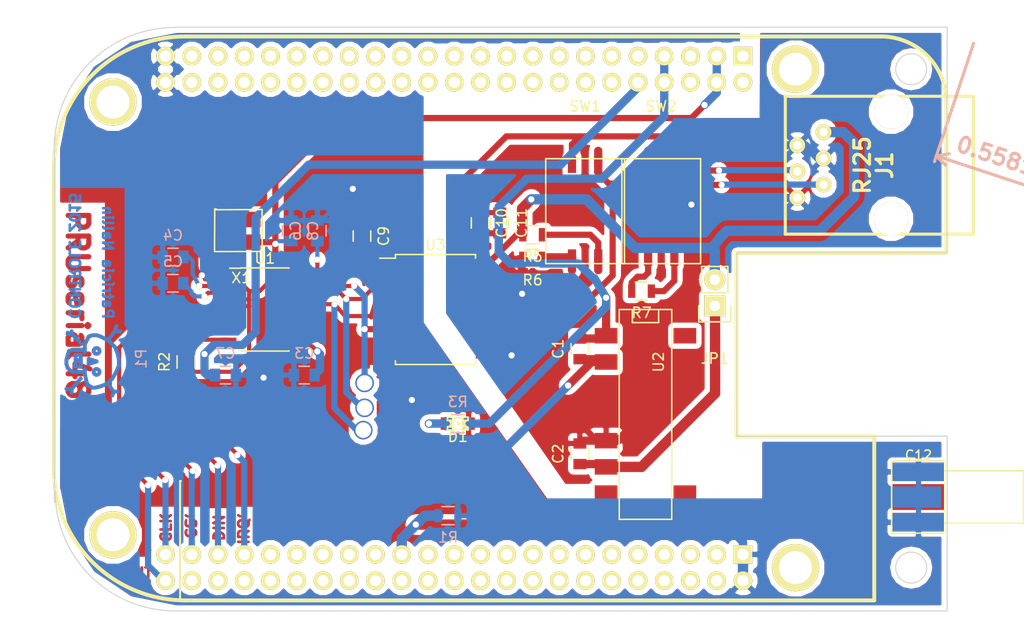
<source format=kicad_pcb>
(kicad_pcb (version 4) (host pcbnew 0.201506030104+5696~23~ubuntu14.04.1-product)
  (layers (0 F.Cu signal) (31 B.Cu signal) (34 B.Paste user) (35 F.Paste user hide) (36 B.SilkS user hide) (37 F.SilkS user) (38 B.Mask user hide) (39 F.Mask user hide) (44 Edge.Cuts user))
  (net 0 "")
  (net 1 +5V)
  (net 2 +5VP)
  (net 3 GNDREF)
  (net 4 +3V3)
  (net 5 GNDD)
  (net 6 "Net-(C5-Pad1)")
  (net 7 /SYS_RST)
  (net 8 "Net-(D1-Pad2)")
  (net 9 /A)
  (net 10 /B)
  (net 11 /OK)
  (net 12 "Net-(R5-Pad1)")
  (net 13 "Net-(R6-Pad1)")
  (net 14 "Net-(R7-Pad1)")
  (net 15 "Net-(R7-Pad2)")
  (net 16 /CTS')
  (net 17 /INPUT0)
  (net 18 /INPUT1)
  (net 19 /OUTPUT)
  (net 20 /RX)
  (net 21 /TX)
  (net 22 "Net-(U1-Pad24)")
  (net 23 "Net-(U2-Pad8)")
  (net 24 "Net-(U3-Pad7)")
  (net 25 "Net-(U3-Pad10)")
  (net 26 "Net-(U3-Pad11)")
  (net 27 "Net-(U3-Pad14)")
  (net 28 "Net-(X1-Pad1)")
  (net 29 /PRU0)
  (net 30 /PRU2)
  (net 31 /PRU4)
  (net 32 /PRU6)
  (net 33 /PRU7)
  (net 34 "Net-(U2-Pad14)")
  (net 35 "Net-(U1-Pad1)")
  (net 36 /SYNC)
  (net 37 "Net-(C2-Pad1)")
  (net 38 "Net-(Beagle1-PadC5)")
  (net 39 "Net-(Beagle1-PadC6)")
  (net 40 "Net-(Beagle1-PadC9)")
  (net 41 "Net-(Beagle1-PadC11)")
  (net 42 "Net-(Beagle1-PadC12)")
  (net 43 "Net-(Beagle1-PadC13)")
  (net 44 "Net-(Beagle1-PadC14)")
  (net 45 "Net-(Beagle1-PadC15)")
  (net 46 "Net-(Beagle1-PadC16)")
  (net 47 "Net-(Beagle1-PadC19)")
  (net 48 "Net-(Beagle1-PadC20)")
  (net 49 "Net-(Beagle1-PadC23)")
  (net 50 "Net-(Beagle1-PadC24)")
  (net 51 "Net-(Beagle1-PadC25)")
  (net 52 "Net-(Beagle1-PadC28)")
  (net 53 "Net-(Beagle1-PadC29)")
  (net 54 "Net-(Beagle1-PadC30)")
  (net 55 "Net-(Beagle1-PadC31)")
  (net 56 "Net-(Beagle1-PadC32)")
  (net 57 "Net-(Beagle1-PadC33)")
  (net 58 "Net-(Beagle1-PadC34)")
  (net 59 "Net-(Beagle1-PadC35)")
  (net 60 "Net-(Beagle1-PadC36)")
  (net 61 "Net-(Beagle1-PadC37)")
  (net 62 "Net-(Beagle1-PadC38)")
  (net 63 "Net-(Beagle1-PadC40)")
  (net 64 "Net-(Beagle1-PadC42)")
  (net 65 "Net-(Beagle1-PadC44)")
  (net 66 "Net-(Beagle1-PadB3)")
  (net 67 "Net-(Beagle1-PadB4)")
  (net 68 "Net-(Beagle1-PadB7)")
  (net 69 "Net-(Beagle1-PadB9)")
  (net 70 "Net-(Beagle1-PadB10)")
  (net 71 "Net-(Beagle1-PadB11)")
  (net 72 "Net-(Beagle1-PadB12)")
  (net 73 "Net-(Beagle1-PadB13)")
  (net 74 "Net-(Beagle1-PadB14)")
  (net 75 "Net-(Beagle1-PadB15)")
  (net 76 "Net-(Beagle1-PadB16)")
  (net 77 "Net-(Beagle1-PadB17)")
  (net 78 "Net-(Beagle1-PadB18)")
  (net 79 "Net-(Beagle1-PadB19)")
  (net 80 "Net-(Beagle1-PadB20)")
  (net 81 "Net-(Beagle1-PadB21)")
  (net 82 "Net-(Beagle1-PadB22)")
  (net 83 "Net-(Beagle1-PadB23)")
  (net 84 "Net-(Beagle1-PadB25)")
  (net 85 "Net-(Beagle1-PadB26)")
  (net 86 "Net-(Beagle1-PadB28)")
  (net 87 "Net-(Beagle1-PadB29)")
  (net 88 "Net-(Beagle1-PadB30)")
  (net 89 "Net-(Beagle1-PadB31)")
  (net 90 "Net-(Beagle1-PadB32)")
  (net 91 "Net-(Beagle1-PadB34)")
  (net 92 "Net-(Beagle1-PadB36)")
  (net 93 "Net-(Beagle1-PadB37)")
  (net 94 "Net-(Beagle1-PadB38)")
  (net 95 "Net-(Beagle1-PadB40)")
  (net 96 "Net-(Beagle1-PadB42)")
  (net 97 "Net-(Beagle1-PadC1)")
  (net 98 "Net-(Beagle1-PadC2)")
  (net 99 "Net-(Beagle1-PadC27)")
  (net 100 "Net-(Beagle1-PadC39)")
  (net 101 "Net-(Beagle1-PadC41)")
  (net 102 "Net-(Beagle1-PadC43)")
  (net 103 "Net-(Beagle1-PadB5)")
  (net 104 "Net-(Beagle1-PadB6)")
  (net 105 "Net-(Beagle1-PadB8)")
  (net 106 "Net-(Beagle1-PadB24)")
  (net 107 "Net-(Beagle1-PadB44)")
  (net 108 /I1)
  (net 109 /I2)
  (net 110 "Net-(Beagle1-PadC17)")
  (net 111 "Net-(Beagle1-PadC18)")
  (net 112 "Net-(Beagle1-PadC21)")
  (net 113 "Net-(Beagle1-PadC22)")
  (net 114 "Net-(Beagle1-PadC26)")
  (module Capacitors_SMD:C_0805 (layer F.Cu) (at 156.21 107.95 90)
    (fp_text reference C1 (at 0 -2.1 90) (layer F.SilkS))
    (fp_text value 2u2)
    (pad 1 smd rect (at -1 0 90) (size 1 1.25) (layers F.Cu F.Paste F.Mask) (net 5 GNDD))
    (pad 2 smd rect (at 1 0 90) (size 1 1.25) (layers F.Cu F.Paste F.Mask) (net 1 +5V))
  )
  (module Capacitors_SMD:C_0805 (layer F.Cu) (at 156.21 118.11 90)
    (fp_text reference C2 (at 0 -2.1 90) (layer F.SilkS))
    (fp_text value 0.1u)
    (pad 1 smd rect (at -1 0 90) (size 1 1.25) (layers F.Cu F.Paste F.Mask) (net 37 "Net-(C2-Pad1)"))
    (pad 2 smd rect (at 1 0 90) (size 1 1.25) (layers F.Cu F.Paste F.Mask) (net 3 GNDREF))
  )
  (module Capacitors_SMD:C_0805 (layer B.Cu) (at 129.54 110.49 180)
    (fp_text reference C3 (at 0 2.1 180) (layer B.SilkS) (effects (justify mirror)))
    (fp_text value 0.1uF)
    (pad 1 smd rect (at -1 0 180) (size 1 1.25) (layers B.Cu B.Paste B.Mask) (net 4 +3V3))
    (pad 2 smd rect (at 1 0 180) (size 1 1.25) (layers B.Cu B.Paste B.Mask) (net 5 GNDD))
  )
  (module Capacitors_SMD:C_0805 (layer B.Cu) (at 116.84 99.06 180)
    (fp_text reference C4 (at 0 2.1 180) (layer B.SilkS) (effects (justify mirror)))
    (fp_text value 0.1uF)
    (pad 1 smd rect (at -1 0 180) (size 1 1.25) (layers B.Cu B.Paste B.Mask) (net 4 +3V3))
    (pad 2 smd rect (at 1 0 180) (size 1 1.25) (layers B.Cu B.Paste B.Mask) (net 5 GNDD))
  )
  (module Capacitors_SMD:C_0805 (layer B.Cu) (at 116.84 101.6 180)
    (fp_text reference C5 (at 0 2.1 180) (layer B.SilkS) (effects (justify mirror)))
    (fp_text value 1uF)
    (pad 1 smd rect (at -1 0 180) (size 1 1.25) (layers B.Cu B.Paste B.Mask) (net 6 "Net-(C5-Pad1)"))
    (pad 2 smd rect (at 1 0 180) (size 1 1.25) (layers B.Cu B.Paste B.Mask) (net 5 GNDD))
  )
  (module Capacitors_SMD:C_0805 (layer B.Cu) (at 130.81 96.52 270)
    (fp_text reference C6 (at 0 2.1 270) (layer B.SilkS) (effects (justify mirror)))
    (fp_text value 0.1uF)
    (pad 1 smd rect (at -1 0 270) (size 1 1.25) (layers B.Cu B.Paste B.Mask) (net 5 GNDD))
    (pad 2 smd rect (at 1 0 270) (size 1 1.25) (layers B.Cu B.Paste B.Mask) (net 4 +3V3))
  )
  (module Capacitors_SMD:C_0805 (layer B.Cu) (at 121.92 110.49 180)
    (fp_text reference C7 (at 0 2.1 180) (layer B.SilkS) (effects (justify mirror)))
    (fp_text value 0.1uF)
    (pad 1 smd rect (at -1 0 180) (size 1 1.25) (layers B.Cu B.Paste B.Mask) (net 5 GNDD))
    (pad 2 smd rect (at 1 0 180) (size 1 1.25) (layers B.Cu B.Paste B.Mask) (net 7 /SYS_RST))
  )
  (module Capacitors_SMD:C_0805 (layer B.Cu) (at 128.27 96.52 90)
    (fp_text reference C8 (at 0 2.1 90) (layer B.SilkS) (effects (justify mirror)))
    (fp_text value 0.01uF)
    (pad 1 smd rect (at -1 0 90) (size 1 1.25) (layers B.Cu B.Paste B.Mask) (net 4 +3V3))
    (pad 2 smd rect (at 1 0 90) (size 1 1.25) (layers B.Cu B.Paste B.Mask) (net 5 GNDD))
  )
  (module LEDs:LED-0805 (layer F.Cu) (at 144.399 115.189 180)
    (fp_text reference D1 (at 0 -1.27 180) (layer F.SilkS))
    (fp_text value Led_Small)
    (pad 2 smd rect (at 1.04902 0) (size 1.19888 1.19888) (layers F.Cu F.Paste F.Mask) (net 8 "Net-(D1-Pad2)"))
    (pad 1 smd rect (at -1.04902 0) (size 1.19888 1.19888) (layers F.Cu F.Paste F.Mask) (net 5 GNDD))
  )
  (module Resistors_SMD:R_0805 (layer F.Cu) (at 118.11 109.22 90)
    (fp_text reference R2 (at 0 -2.1 90) (layer F.SilkS))
    (fp_text value 1k)
    (pad 1 smd rect (at -0.95 0 90) (size 0.7 1.3) (layers F.Cu F.Paste F.Mask) (net 4 +3V3))
    (pad 2 smd rect (at 0.95 0 90) (size 0.7 1.3) (layers F.Cu F.Paste F.Mask) (net 29 /PRU0))
  )
  (module Resistors_SMD:R_0805 (layer B.Cu) (at 144.399 115.189 180)
    (fp_text reference R3 (at 0 2.1 180) (layer B.SilkS) (effects (justify mirror)))
    (fp_text value 620R)
    (pad 1 smd rect (at -0.95 0 180) (size 0.7 1.3) (layers B.Cu B.Paste B.Mask) (net 1 +5V))
    (pad 2 smd rect (at 0.95 0 180) (size 0.7 1.3) (layers B.Cu B.Paste B.Mask) (net 8 "Net-(D1-Pad2)"))
  )
  (module Resistors_SMD:R_0805 (layer F.Cu) (at 151.638 96.901 180)
    (fp_text reference R5 (at 0 -2.1 180) (layer F.SilkS))
    (fp_text value 270r)
    (pad 1 smd rect (at -0.95 0 180) (size 0.7 1.3) (layers F.Cu F.Paste F.Mask) (net 12 "Net-(R5-Pad1)"))
    (pad 2 smd rect (at 0.95 0 180) (size 0.7 1.3) (layers F.Cu F.Paste F.Mask) (net 2 +5VP))
  )
  (module Resistors_SMD:R_0805 (layer F.Cu) (at 151.638 99.187 180)
    (fp_text reference R6 (at 0 -2.1 180) (layer F.SilkS))
    (fp_text value 270r)
    (pad 1 smd rect (at -0.95 0 180) (size 0.7 1.3) (layers F.Cu F.Paste F.Mask) (net 13 "Net-(R6-Pad1)"))
    (pad 2 smd rect (at 0.95 0 180) (size 0.7 1.3) (layers F.Cu F.Paste F.Mask) (net 3 GNDREF))
  )
  (module Resistors_SMD:R_0805 (layer F.Cu) (at 162.179 102.362 180)
    (fp_text reference R7 (at 0 -2.1 180) (layer F.SilkS))
    (fp_text value 120r)
    (pad 1 smd rect (at -0.95 0 180) (size 0.7 1.3) (layers F.Cu F.Paste F.Mask) (net 14 "Net-(R7-Pad1)"))
    (pad 2 smd rect (at 0.95 0 180) (size 0.7 1.3) (layers F.Cu F.Paste F.Mask) (net 15 "Net-(R7-Pad2)"))
  )
  (module Housings_SSOP:TSSOP-24_4.4x7.8mm_Pitch0.65mm (layer F.Cu) (at 125.73 104.14)
    (fp_text reference U1 (at 0 -4.95) (layer F.SilkS))
    (fp_text value MAX3107E)
    (pad 1 smd rect (at -3.5 -3.575) (size 1.5 0.4) (layers F.Cu F.Paste F.Mask) (net 35 "Net-(U1-Pad1)"))
    (pad 2 smd rect (at -3.5 -2.925) (size 1.5 0.4) (layers F.Cu F.Paste F.Mask) (net 5 GNDD))
    (pad 3 smd rect (at -3.5 -2.275) (size 1.5 0.4) (layers F.Cu F.Paste F.Mask) (net 4 +3V3))
    (pad 4 smd rect (at -3.5 -1.625) (size 1.5 0.4) (layers F.Cu F.Paste F.Mask) (net 6 "Net-(C5-Pad1)"))
    (pad 5 smd rect (at -3.5 -0.975) (size 1.5 0.4) (layers F.Cu F.Paste F.Mask) (net 4 +3V3))
    (pad 6 smd rect (at -3.5 -0.325) (size 1.5 0.4) (layers F.Cu F.Paste F.Mask) (net 4 +3V3))
    (pad 7 smd rect (at -3.5 0.325) (size 1.5 0.4) (layers F.Cu F.Paste F.Mask) (net 33 /PRU7))
    (pad 8 smd rect (at -3.5 0.975) (size 1.5 0.4) (layers F.Cu F.Paste F.Mask) (net 32 /PRU6))
    (pad 9 smd rect (at -3.5 1.625) (size 1.5 0.4) (layers F.Cu F.Paste F.Mask) (net 31 /PRU4))
    (pad 10 smd rect (at -3.5 2.275) (size 1.5 0.4) (layers F.Cu F.Paste F.Mask) (net 30 /PRU2))
    (pad 11 smd rect (at -3.5 2.925) (size 1.5 0.4) (layers F.Cu F.Paste F.Mask) (net 29 /PRU0))
    (pad 12 smd rect (at -3.5 3.575) (size 1.5 0.4) (layers F.Cu F.Paste F.Mask) (net 7 /SYS_RST))
    (pad 13 smd rect (at 3.5 3.575) (size 1.5 0.4) (layers F.Cu F.Paste F.Mask) (net 4 +3V3))
    (pad 14 smd rect (at 3.5 2.925) (size 1.5 0.4) (layers F.Cu F.Paste F.Mask) (net 5 GNDD))
    (pad 15 smd rect (at 3.5 2.275) (size 1.5 0.4) (layers F.Cu F.Paste F.Mask) (net 17 /INPUT0))
    (pad 16 smd rect (at 3.5 1.625) (size 1.5 0.4) (layers F.Cu F.Paste F.Mask) (net 18 /INPUT1))
    (pad 17 smd rect (at 3.5 0.975) (size 1.5 0.4) (layers F.Cu F.Paste F.Mask) (net 19 /OUTPUT))
    (pad 18 smd rect (at 3.5 0.325) (size 1.5 0.4) (layers F.Cu F.Paste F.Mask) (net 11 /OK))
    (pad 19 smd rect (at 3.5 -0.325) (size 1.5 0.4) (layers F.Cu F.Paste F.Mask) (net 16 /CTS'))
    (pad 20 smd rect (at 3.5 -0.975) (size 1.5 0.4) (layers F.Cu F.Paste F.Mask) (net 16 /CTS'))
    (pad 21 smd rect (at 3.5 -1.625) (size 1.5 0.4) (layers F.Cu F.Paste F.Mask) (net 20 /RX))
    (pad 22 smd rect (at 3.5 -2.275) (size 1.5 0.4) (layers F.Cu F.Paste F.Mask) (net 21 /TX))
    (pad 23 smd rect (at 3.5 -2.925) (size 1.5 0.4) (layers F.Cu F.Paste F.Mask) (net 4 +3V3))
    (pad 24 smd rect (at 3.5 -3.575) (size 1.5 0.4) (layers F.Cu F.Paste F.Mask) (net 22 "Net-(U1-Pad24)"))
  )
  (module Housings_DIP:DIP-14__300 (layer F.Cu) (at 162.56 114.3 270)
    (fp_text reference U2 (at -5.08 -1.27 270) (layer F.SilkS))
    (fp_text value DCP010505)
    (pad 1 smd rect (at -7.62 3.81 270) (size 1.5 2.2) (layers F.Cu F.Paste F.Mask) (net 1 +5V))
    (pad 2 smd rect (at -5.08 3.81 270) (size 1.5 2.2) (layers F.Cu F.Paste F.Mask) (net 5 GNDD))
    (pad 5 smd rect (at 2.54 3.81 270) (size 1.5 2.2) (layers F.Cu F.Paste F.Mask) (net 3 GNDREF))
    (pad 6 smd rect (at 5.08 3.81 270) (size 1.5 2.2) (layers F.Cu F.Paste F.Mask) (net 37 "Net-(C2-Pad1)"))
    (pad 7 smd rect (at 7.62 3.81 270) (size 1.5 2.2) (layers F.Cu F.Paste F.Mask))
    (pad 8 smd rect (at 7.62 -3.81 270) (size 1.5 2.2) (layers F.Cu F.Paste F.Mask) (net 23 "Net-(U2-Pad8)"))
    (pad 14 smd rect (at -7.62 -3.81 270) (size 1.5 2.2) (layers F.Cu F.Paste F.Mask) (net 34 "Net-(U2-Pad14)"))
  )
  (module CapeBBB:RJ25 (layer F.Cu) (at 181.77 90.17 90)
    (fp_text reference J1 (at 0 3.937 90) (layer F.SilkS) (effects (font (thickness 0.3048))))
    (fp_text value RJ25 (at 0 1.778 90) (layer F.SilkS) (effects (font (thickness 0.3048))))
    (pad 3 thru_hole circle (at -0.60452 -4.51866 270) (size 1.524 1.524) (drill 0.8128) (layers *.Cu *.Mask F.SilkS) (net 10 /B))
    (pad 5 thru_hole circle (at 1.93548 -4.51866 270) (size 1.524 1.524) (drill 0.8128) (layers *.Cu *.Mask F.SilkS) (net 3 GNDREF))
    (pad 1 thru_hole circle (at -3.14452 -4.51866 270) (size 1.524 1.524) (drill 0.8128) (layers *.Cu *.Mask F.SilkS) (net 3 GNDREF))
    (pad 6 thru_hole circle (at 3.20548 -1.97866 270) (size 1.524 1.524) (drill 0.8128) (layers *.Cu *.Mask F.SilkS) (net 2 +5VP))
    (pad 4 thru_hole circle (at 0.66548 -1.97866 270) (size 1.524 1.524) (drill 0.8128) (layers *.Cu *.Mask F.SilkS) (net 3 GNDREF))
    (pad 2 thru_hole circle (at -1.87452 -1.97866 270) (size 1.524 1.524) (drill 0.8128) (layers *.Cu *.Mask F.SilkS) (net 9 /A))
    (pad 8 thru_hole circle (at -5.18668 4.54914 270) (size 3.3 3.3) (drill 3.3) (layers *.Cu *.Mask F.SilkS))
    (pad 7 thru_hole circle (at 5.18668 4.55168 270) (size 3.3 3.3) (drill 3.3) (layers *.Cu *.Mask F.SilkS))
  )
  (module Housings_SOIC:SOIC-16_7.5x10.3mm_Pitch1.27mm (layer F.Cu) (at 142.24 104.14)
    (fp_text reference U3 (at 0 -6.25) (layer F.SilkS))
    (fp_text value IL3685)
    (pad 1 smd rect (at -4.65 -4.445) (size 1.5 0.6) (layers F.Cu F.Paste F.Mask) (net 4 +3V3))
    (pad 2 smd rect (at -4.65 -3.175) (size 1.5 0.6) (layers F.Cu F.Paste F.Mask) (net 5 GNDD))
    (pad 3 smd rect (at -4.65 -1.905) (size 1.5 0.6) (layers F.Cu F.Paste F.Mask) (net 20 /RX))
    (pad 4 smd rect (at -4.65 -0.635) (size 1.5 0.6) (layers F.Cu F.Paste F.Mask) (net 16 /CTS'))
    (pad 5 smd rect (at -4.65 0.635) (size 1.5 0.6) (layers F.Cu F.Paste F.Mask) (net 16 /CTS'))
    (pad 6 smd rect (at -4.65 1.905) (size 1.5 0.6) (layers F.Cu F.Paste F.Mask) (net 21 /TX))
    (pad 7 smd rect (at -4.65 3.175) (size 1.5 0.6) (layers F.Cu F.Paste F.Mask) (net 24 "Net-(U3-Pad7)"))
    (pad 8 smd rect (at -4.65 4.445) (size 1.5 0.6) (layers F.Cu F.Paste F.Mask) (net 5 GNDD))
    (pad 9 smd rect (at 4.65 4.445) (size 1.5 0.6) (layers F.Cu F.Paste F.Mask) (net 3 GNDREF))
    (pad 10 smd rect (at 4.65 3.175) (size 1.5 0.6) (layers F.Cu F.Paste F.Mask) (net 25 "Net-(U3-Pad10)"))
    (pad 11 smd rect (at 4.65 1.905) (size 1.5 0.6) (layers F.Cu F.Paste F.Mask) (net 26 "Net-(U3-Pad11)"))
    (pad 12 smd rect (at 4.65 0.635) (size 1.5 0.6) (layers F.Cu F.Paste F.Mask) (net 9 /A))
    (pad 13 smd rect (at 4.65 -0.635) (size 1.5 0.6) (layers F.Cu F.Paste F.Mask) (net 10 /B))
    (pad 14 smd rect (at 4.65 -1.905) (size 1.5 0.6) (layers F.Cu F.Paste F.Mask) (net 27 "Net-(U3-Pad14)"))
    (pad 15 smd rect (at 4.65 -3.175) (size 1.5 0.6) (layers F.Cu F.Paste F.Mask) (net 3 GNDREF))
    (pad 16 smd rect (at 4.65 -4.445) (size 1.5 0.6) (layers F.Cu F.Paste F.Mask) (net 2 +5VP))
  )
  (module CapeBBB:Oscilador_3.3V_HCMOS_TTL_SMD (layer F.Cu) (at 123.19 96.52 180)
    (fp_text reference X1 (at -0.25 -4.56 360) (layer F.SilkS))
    (fp_text value OSCILADOR)
    (pad 3 smd trapezoid (at 1.27 -1.1 180) (size 1.7 1.5) (layers F.Cu F.Paste F.Mask) (net 35 "Net-(U1-Pad1)"))
    (pad 2 smd rect (at 1.27 1.1 180) (size 1.7 1.5) (layers F.Cu F.Paste F.Mask) (net 5 GNDD))
    (pad 4 smd trapezoid (at -1.27 -1.1 180) (size 1.7 1.5) (layers F.Cu F.Paste F.Mask) (net 4 +3V3))
    (pad 1 smd rect (at -1.27 1.1 180) (size 1.7 1.5) (layers F.Cu F.Paste F.Mask) (net 28 "Net-(X1-Pad1)"))
  )
  (module CapeBBB:Switch_2posicoes_SMD (layer F.Cu) (at 156.718 94.615)
    (fp_text reference SW1 (at 0 -10.16) (layer F.SilkS))
    (fp_text value Switch_DPST)
    (pad 2 smd rect (at -1.27 -4.5) (size 0.8 1.6) (layers F.Cu F.Paste F.Mask) (net 10 /B))
    (pad 4 smd rect (at 1.27 -4.5) (size 0.8 1.6) (layers F.Cu F.Paste F.Mask) (net 9 /A))
    (pad 1 smd rect (at -1.27 4.5) (size 0.8 1.6) (layers F.Cu F.Paste F.Mask) (net 13 "Net-(R6-Pad1)"))
    (pad 3 smd rect (at 1.27 4.5) (size 0.8 1.6) (layers F.Cu F.Paste F.Mask) (net 12 "Net-(R5-Pad1)"))
  )
  (module CapeBBB:Switch_2posicoes_SMD (layer F.Cu) (at 164.084 94.615)
    (fp_text reference SW2 (at 0 -10.16) (layer F.SilkS))
    (fp_text value Switch_DPST)
    (pad 2 smd rect (at -1.27 -4.5) (size 0.8 1.6) (layers F.Cu F.Paste F.Mask) (net 9 /A))
    (pad 4 smd rect (at 1.27 -4.5) (size 0.8 1.6) (layers F.Cu F.Paste F.Mask) (net 10 /B))
    (pad 1 smd rect (at -1.27 4.5) (size 0.8 1.6) (layers F.Cu F.Paste F.Mask) (net 15 "Net-(R7-Pad2)"))
    (pad 3 smd rect (at 1.27 4.5) (size 0.8 1.6) (layers F.Cu F.Paste F.Mask) (net 14 "Net-(R7-Pad1)"))
  )
  (module Capacitors_SMD:C_0805 (layer F.Cu) (at 135.128 97.028 270)
    (fp_text reference C9 (at 0 -2.1 270) (layer F.SilkS))
    (fp_text value 47n)
    (pad 1 smd rect (at -1 0 270) (size 1 1.25) (layers F.Cu F.Paste F.Mask) (net 5 GNDD))
    (pad 2 smd rect (at 1 0 270) (size 1 1.25) (layers F.Cu F.Paste F.Mask) (net 4 +3V3))
  )
  (module Capacitors_SMD:C_0805 (layer F.Cu) (at 146.558 95.758 270)
    (fp_text reference C10 (at 0 -2.1 270) (layer F.SilkS))
    (fp_text value 47n)
    (pad 1 smd rect (at -1 0 270) (size 1 1.25) (layers F.Cu F.Paste F.Mask) (net 3 GNDREF))
    (pad 2 smd rect (at 1 0 270) (size 1 1.25) (layers F.Cu F.Paste F.Mask) (net 2 +5VP))
  )
  (module Capacitors_SMD:C_0805 (layer F.Cu) (at 148.463 95.758 270)
    (fp_text reference C11 (at 0 -2.1 270) (layer F.SilkS))
    (fp_text value 10u)
    (pad 1 smd rect (at -1 0 270) (size 1 1.25) (layers F.Cu F.Paste F.Mask) (net 3 GNDREF))
    (pad 2 smd rect (at 1 0 270) (size 1 1.25) (layers F.Cu F.Paste F.Mask) (net 2 +5VP))
  )
  (module CapeBBB:SMA_Small (layer F.Cu) (at 188.976 122.301)
    (fp_text reference C12 (at 0 -4.064 180) (layer F.SilkS) (effects (font (size 0.9 0.9))))
    (fp_text value Conn_SMA hide)
    (pad 1 smd rect (at 0 0) (size 5 2.5) (layers F.Cu F.Paste F.Mask) (net 36 /SYNC))
    (pad 2 smd rect (at 0 -2.44) (size 5 1.8) (layers F.Cu F.Paste F.Mask) (net 5 GNDD))
    (pad 2 smd rect (at 0 -2.44) (size 5 1.8) (layers B.Cu F.Paste F.Mask) (net 5 GNDD))
    (pad 2 smd rect (at 0 2.44) (size 5 1.8) (layers F.Cu F.Paste F.Mask) (net 5 GNDD))
    (pad 2 smd rect (at 0 2.44) (size 5 1.8) (layers B.Cu F.Paste F.Mask) (net 5 GNDD))
  )
  (module Resistors_SMD:R_0805 (layer B.Cu) (at 143.4592 124.1044)
    (fp_text reference R1 (at 0 2.1) (layer B.SilkS) (effects (justify mirror)))
    (fp_text value 50r)
    (pad 1 smd rect (at -0.95 0) (size 0.7 1.3) (layers B.Cu B.Paste B.Mask) (net 36 /SYNC))
    (pad 2 smd rect (at 0.95 0) (size 0.7 1.3) (layers B.Cu B.Paste B.Mask) (net 5 GNDD))
  )
  (module Pin_Headers:Pin_Header_Straight_1x02 (layer F.Cu) (at 169.2656 103.7844 180)
    (fp_text reference JP1 (at 0 -5.1 180) (layer F.SilkS))
    (fp_text value Jumper_NO_Small)
    (pad 1 thru_hole rect (at 0 0 180) (size 2.032 2.032) (drill 1.016) (layers *.Cu *.Mask F.SilkS) (net 37 "Net-(C2-Pad1)"))
    (pad 2 thru_hole oval (at 0 2.54 180) (size 2.032 2.032) (drill 1.016) (layers *.Cu *.Mask F.SilkS) (net 2 +5VP))
  )
  (module Controle:BEAGLEBONEBLACK (layer F.Cu) (at 148.5011 105.0036)
    (fp_text reference Beagle1 hide)
    (fp_text value BeagleBone hide)
    (pad M1 thru_hole circle (at -37.465 -20.955) (size 4.572 4.572) (drill 3.175) (layers *.Cu *.Mask F.SilkS))
    (pad M2 thru_hole circle (at 28.575 -24.13) (size 4.572 4.572) (drill 3.175) (layers *.Cu *.Mask F.SilkS))
    (pad M3 thru_hole circle (at 28.575 24.13) (size 4.572 4.572) (drill 3.175) (layers *.Cu *.Mask F.SilkS))
    (pad M4 thru_hole circle (at -37.465 20.955) (size 4.572 4.572) (drill 3.175) (layers *.Cu *.Mask F.SilkS))
    (pad C1 thru_hole rect (at 23.495 -25.4) (size 1.8 1.8) (drill 1.1) (layers *.Cu *.Mask F.SilkS) (net 97 "Net-(Beagle1-PadC1)"))
    (pad C2 thru_hole circle (at 23.495 -22.86) (size 1.8 1.8) (drill 1.1) (layers *.Cu *.Mask F.SilkS) (net 98 "Net-(Beagle1-PadC2)"))
    (pad C3 thru_hole circle (at 20.955 -25.4) (size 1.8 1.8) (drill 1.1) (layers *.Cu *.Mask F.SilkS) (net 4 +3V3))
    (pad C4 thru_hole circle (at 20.955 -22.86) (size 1.8 1.8) (drill 1.1) (layers *.Cu *.Mask F.SilkS) (net 4 +3V3))
    (pad C5 thru_hole circle (at 18.415 -25.4) (size 1.8 1.8) (drill 1.1) (layers *.Cu *.Mask F.SilkS) (net 38 "Net-(Beagle1-PadC5)"))
    (pad C6 thru_hole circle (at 18.415 -22.86) (size 1.8 1.8) (drill 1.1) (layers *.Cu *.Mask F.SilkS) (net 39 "Net-(Beagle1-PadC6)"))
    (pad C7 thru_hole circle (at 15.875 -25.4) (size 1.8 1.8) (drill 1.1) (layers *.Cu *.Mask F.SilkS) (net 1 +5V))
    (pad C8 thru_hole circle (at 15.875 -22.86) (size 1.8 1.8) (drill 1.1) (layers *.Cu *.Mask F.SilkS) (net 1 +5V))
    (pad C9 thru_hole circle (at 13.335 -25.4) (size 1.8 1.8) (drill 1.1) (layers *.Cu *.Mask F.SilkS) (net 40 "Net-(Beagle1-PadC9)"))
    (pad C10 thru_hole circle (at 13.335 -22.86) (size 1.8 1.8) (drill 1.1) (layers *.Cu *.Mask F.SilkS) (net 7 /SYS_RST))
    (pad C11 thru_hole circle (at 10.795 -25.4) (size 1.8 1.8) (drill 1.1) (layers *.Cu *.Mask F.SilkS) (net 41 "Net-(Beagle1-PadC11)"))
    (pad C12 thru_hole circle (at 10.795 -22.86) (size 1.8 1.8) (drill 1.1) (layers *.Cu *.Mask F.SilkS) (net 42 "Net-(Beagle1-PadC12)"))
    (pad C13 thru_hole circle (at 8.255 -25.4) (size 1.8 1.8) (drill 1.1) (layers *.Cu *.Mask F.SilkS) (net 43 "Net-(Beagle1-PadC13)"))
    (pad C14 thru_hole circle (at 8.255 -22.86) (size 1.8 1.8) (drill 1.1) (layers *.Cu *.Mask F.SilkS) (net 44 "Net-(Beagle1-PadC14)"))
    (pad C15 thru_hole circle (at 5.715 -25.4) (size 1.8 1.8) (drill 1.1) (layers *.Cu *.Mask F.SilkS) (net 45 "Net-(Beagle1-PadC15)"))
    (pad C16 thru_hole circle (at 5.715 -22.86) (size 1.8 1.8) (drill 1.1) (layers *.Cu *.Mask F.SilkS) (net 46 "Net-(Beagle1-PadC16)"))
    (pad C17 thru_hole circle (at 3.175 -25.4) (size 1.8 1.8) (drill 1.1) (layers *.Cu *.Mask F.SilkS) (net 110 "Net-(Beagle1-PadC17)"))
    (pad C18 thru_hole circle (at 3.175 -22.86) (size 1.8 1.8) (drill 1.1) (layers *.Cu *.Mask F.SilkS) (net 111 "Net-(Beagle1-PadC18)"))
    (pad C19 thru_hole circle (at 0.635 -25.4) (size 1.8 1.8) (drill 1.1) (layers *.Cu *.Mask F.SilkS) (net 47 "Net-(Beagle1-PadC19)"))
    (pad C20 thru_hole circle (at 0.635 -22.86) (size 1.8 1.8) (drill 1.1) (layers *.Cu *.Mask F.SilkS) (net 48 "Net-(Beagle1-PadC20)"))
    (pad C21 thru_hole circle (at -1.905 -25.4) (size 1.8 1.8) (drill 1.1) (layers *.Cu *.Mask F.SilkS) (net 112 "Net-(Beagle1-PadC21)"))
    (pad C22 thru_hole circle (at -1.905 -22.86) (size 1.8 1.8) (drill 1.1) (layers *.Cu *.Mask F.SilkS) (net 113 "Net-(Beagle1-PadC22)"))
    (pad C23 thru_hole circle (at -4.445 -25.4) (size 1.8 1.8) (drill 1.1) (layers *.Cu *.Mask F.SilkS) (net 49 "Net-(Beagle1-PadC23)"))
    (pad C24 thru_hole circle (at -4.445 -22.86) (size 1.8 1.8) (drill 1.1) (layers *.Cu *.Mask F.SilkS) (net 50 "Net-(Beagle1-PadC24)"))
    (pad C25 thru_hole circle (at -6.985 -25.4) (size 1.8 1.8) (drill 1.1) (layers *.Cu *.Mask F.SilkS) (net 51 "Net-(Beagle1-PadC25)"))
    (pad C26 thru_hole circle (at -6.985 -22.86) (size 1.8 1.8) (drill 1.1) (layers *.Cu *.Mask F.SilkS) (net 114 "Net-(Beagle1-PadC26)"))
    (pad C27 thru_hole circle (at -9.525 -25.4) (size 1.8 1.8) (drill 1.1) (layers *.Cu *.Mask F.SilkS) (net 99 "Net-(Beagle1-PadC27)"))
    (pad C28 thru_hole circle (at -9.525 -22.86) (size 1.8 1.8) (drill 1.1) (layers *.Cu *.Mask F.SilkS) (net 52 "Net-(Beagle1-PadC28)"))
    (pad C29 thru_hole circle (at -12.065 -25.4) (size 1.8 1.8) (drill 1.1) (layers *.Cu *.Mask F.SilkS) (net 53 "Net-(Beagle1-PadC29)"))
    (pad C30 thru_hole circle (at -12.065 -22.86) (size 1.8 1.8) (drill 1.1) (layers *.Cu *.Mask F.SilkS) (net 54 "Net-(Beagle1-PadC30)"))
    (pad C31 thru_hole circle (at -14.605 -25.4) (size 1.8 1.8) (drill 1.1) (layers *.Cu *.Mask F.SilkS) (net 55 "Net-(Beagle1-PadC31)"))
    (pad C32 thru_hole circle (at -14.605 -22.86) (size 1.8 1.8) (drill 1.1) (layers *.Cu *.Mask F.SilkS) (net 56 "Net-(Beagle1-PadC32)"))
    (pad C33 thru_hole circle (at -17.145 -25.4) (size 1.8 1.8) (drill 1.1) (layers *.Cu *.Mask F.SilkS) (net 57 "Net-(Beagle1-PadC33)"))
    (pad C34 thru_hole circle (at -17.145 -22.86) (size 1.8 1.8) (drill 1.1) (layers *.Cu *.Mask F.SilkS) (net 58 "Net-(Beagle1-PadC34)"))
    (pad C35 thru_hole circle (at -19.685 -25.4) (size 1.8 1.8) (drill 1.1) (layers *.Cu *.Mask F.SilkS) (net 59 "Net-(Beagle1-PadC35)"))
    (pad C36 thru_hole circle (at -19.685 -22.86) (size 1.8 1.8) (drill 1.1) (layers *.Cu *.Mask F.SilkS) (net 60 "Net-(Beagle1-PadC36)"))
    (pad C37 thru_hole circle (at -22.225 -25.4) (size 1.8 1.8) (drill 1.1) (layers *.Cu *.Mask F.SilkS) (net 61 "Net-(Beagle1-PadC37)"))
    (pad C38 thru_hole circle (at -22.225 -22.86) (size 1.8 1.8) (drill 1.1) (layers *.Cu *.Mask F.SilkS) (net 62 "Net-(Beagle1-PadC38)"))
    (pad C39 thru_hole circle (at -24.765 -25.4) (size 1.8 1.8) (drill 1.1) (layers *.Cu *.Mask F.SilkS) (net 100 "Net-(Beagle1-PadC39)"))
    (pad C40 thru_hole circle (at -24.765 -22.86) (size 1.8 1.8) (drill 1.1) (layers *.Cu *.Mask F.SilkS) (net 63 "Net-(Beagle1-PadC40)"))
    (pad C41 thru_hole circle (at -27.305 -25.4) (size 1.8 1.8) (drill 1.1) (layers *.Cu *.Mask F.SilkS) (net 101 "Net-(Beagle1-PadC41)"))
    (pad C42 thru_hole circle (at -27.305 -22.86) (size 1.8 1.8) (drill 1.1) (layers *.Cu *.Mask F.SilkS) (net 64 "Net-(Beagle1-PadC42)"))
    (pad C43 thru_hole circle (at -29.845 -25.4) (size 1.8 1.8) (drill 1.1) (layers *.Cu *.Mask F.SilkS) (net 102 "Net-(Beagle1-PadC43)"))
    (pad C44 thru_hole circle (at -29.845 -22.86) (size 1.8 1.8) (drill 1.1) (layers *.Cu *.Mask F.SilkS) (net 65 "Net-(Beagle1-PadC44)"))
    (pad C45 thru_hole circle (at -32.385 -25.4) (size 1.8 1.8) (drill 1.1) (layers *.Cu *.Mask F.SilkS) (net 5 GNDD))
    (pad C46 thru_hole circle (at -32.385 -22.86) (size 1.8 1.8) (drill 1.1) (layers *.Cu *.Mask F.SilkS) (net 5 GNDD))
    (pad B1 thru_hole rect (at 23.495 22.86) (size 1.8 1.8) (drill 1.1) (layers *.Cu *.Mask F.SilkS) (net 5 GNDD))
    (pad B2 thru_hole circle (at 23.495 25.4) (size 1.8 1.8) (drill 1.1) (layers *.Cu *.Mask F.SilkS) (net 5 GNDD))
    (pad B3 thru_hole circle (at 20.955 22.86) (size 1.8 1.8) (drill 1.1) (layers *.Cu *.Mask F.SilkS) (net 66 "Net-(Beagle1-PadB3)"))
    (pad B4 thru_hole circle (at 20.955 25.4) (size 1.8 1.8) (drill 1.1) (layers *.Cu *.Mask F.SilkS) (net 67 "Net-(Beagle1-PadB4)"))
    (pad B5 thru_hole circle (at 18.415 22.86) (size 1.8 1.8) (drill 1.1) (layers *.Cu *.Mask F.SilkS) (net 103 "Net-(Beagle1-PadB5)"))
    (pad B6 thru_hole circle (at 18.415 25.4) (size 1.8 1.8) (drill 1.1) (layers *.Cu *.Mask F.SilkS) (net 104 "Net-(Beagle1-PadB6)"))
    (pad B7 thru_hole circle (at 15.875 22.86) (size 1.8 1.8) (drill 1.1) (layers *.Cu *.Mask F.SilkS) (net 68 "Net-(Beagle1-PadB7)"))
    (pad B8 thru_hole circle (at 15.875 25.4) (size 1.8 1.8) (drill 1.1) (layers *.Cu *.Mask F.SilkS) (net 105 "Net-(Beagle1-PadB8)"))
    (pad B9 thru_hole circle (at 13.335 22.86) (size 1.8 1.8) (drill 1.1) (layers *.Cu *.Mask F.SilkS) (net 69 "Net-(Beagle1-PadB9)"))
    (pad B10 thru_hole circle (at 13.335 25.4) (size 1.8 1.8) (drill 1.1) (layers *.Cu *.Mask F.SilkS) (net 70 "Net-(Beagle1-PadB10)"))
    (pad B11 thru_hole circle (at 10.795 22.86) (size 1.8 1.8) (drill 1.1) (layers *.Cu *.Mask F.SilkS) (net 71 "Net-(Beagle1-PadB11)"))
    (pad B12 thru_hole circle (at 10.795 25.4) (size 1.8 1.8) (drill 1.1) (layers *.Cu *.Mask F.SilkS) (net 72 "Net-(Beagle1-PadB12)"))
    (pad B13 thru_hole circle (at 8.255 22.86) (size 1.8 1.8) (drill 1.1) (layers *.Cu *.Mask F.SilkS) (net 73 "Net-(Beagle1-PadB13)"))
    (pad B14 thru_hole circle (at 8.255 25.4) (size 1.8 1.8) (drill 1.1) (layers *.Cu *.Mask F.SilkS) (net 74 "Net-(Beagle1-PadB14)"))
    (pad B15 thru_hole circle (at 5.715 22.86) (size 1.8 1.8) (drill 1.1) (layers *.Cu *.Mask F.SilkS) (net 75 "Net-(Beagle1-PadB15)"))
    (pad B16 thru_hole circle (at 5.715 25.4) (size 1.8 1.8) (drill 1.1) (layers *.Cu *.Mask F.SilkS) (net 76 "Net-(Beagle1-PadB16)"))
    (pad B17 thru_hole circle (at 3.175 22.86) (size 1.8 1.8) (drill 1.1) (layers *.Cu *.Mask F.SilkS) (net 77 "Net-(Beagle1-PadB17)"))
    (pad B18 thru_hole circle (at 3.175 25.4) (size 1.8 1.8) (drill 1.1) (layers *.Cu *.Mask F.SilkS) (net 78 "Net-(Beagle1-PadB18)"))
    (pad B19 thru_hole circle (at 0.635 22.86) (size 1.8 1.8) (drill 1.1) (layers *.Cu *.Mask F.SilkS) (net 79 "Net-(Beagle1-PadB19)"))
    (pad B20 thru_hole circle (at 0.635 25.4) (size 1.8 1.8) (drill 1.1) (layers *.Cu *.Mask F.SilkS) (net 80 "Net-(Beagle1-PadB20)"))
    (pad B21 thru_hole circle (at -1.905 22.86) (size 1.8 1.8) (drill 1.1) (layers *.Cu *.Mask F.SilkS) (net 81 "Net-(Beagle1-PadB21)"))
    (pad B22 thru_hole circle (at -1.905 25.4) (size 1.8 1.8) (drill 1.1) (layers *.Cu *.Mask F.SilkS) (net 82 "Net-(Beagle1-PadB22)"))
    (pad B23 thru_hole circle (at -4.445 22.86) (size 1.8 1.8) (drill 1.1) (layers *.Cu *.Mask F.SilkS) (net 83 "Net-(Beagle1-PadB23)"))
    (pad B24 thru_hole circle (at -4.445 25.4) (size 1.8 1.8) (drill 1.1) (layers *.Cu *.Mask F.SilkS) (net 106 "Net-(Beagle1-PadB24)"))
    (pad B25 thru_hole circle (at -6.985 22.86) (size 1.8 1.8) (drill 1.1) (layers *.Cu *.Mask F.SilkS) (net 84 "Net-(Beagle1-PadB25)"))
    (pad B26 thru_hole circle (at -6.985 25.4) (size 1.8 1.8) (drill 1.1) (layers *.Cu *.Mask F.SilkS) (net 85 "Net-(Beagle1-PadB26)"))
    (pad B27 thru_hole circle (at -9.525 22.86) (size 1.8 1.8) (drill 1.1) (layers *.Cu *.Mask F.SilkS) (net 36 /SYNC))
    (pad B28 thru_hole circle (at -9.525 25.4) (size 1.8 1.8) (drill 1.1) (layers *.Cu *.Mask F.SilkS) (net 86 "Net-(Beagle1-PadB28)"))
    (pad B29 thru_hole circle (at -12.065 22.86) (size 1.8 1.8) (drill 1.1) (layers *.Cu *.Mask F.SilkS) (net 87 "Net-(Beagle1-PadB29)"))
    (pad B30 thru_hole circle (at -12.065 25.4) (size 1.8 1.8) (drill 1.1) (layers *.Cu *.Mask F.SilkS) (net 88 "Net-(Beagle1-PadB30)"))
    (pad B31 thru_hole circle (at -14.605 22.86) (size 1.8 1.8) (drill 1.1) (layers *.Cu *.Mask F.SilkS) (net 89 "Net-(Beagle1-PadB31)"))
    (pad B32 thru_hole circle (at -14.605 25.4) (size 1.8 1.8) (drill 1.1) (layers *.Cu *.Mask F.SilkS) (net 90 "Net-(Beagle1-PadB32)"))
    (pad B33 thru_hole circle (at -17.145 22.86) (size 1.8 1.8) (drill 1.1) (layers *.Cu *.Mask F.SilkS) (net 108 /I1))
    (pad B34 thru_hole circle (at -17.145 25.4) (size 1.8 1.8) (drill 1.1) (layers *.Cu *.Mask F.SilkS) (net 91 "Net-(Beagle1-PadB34)"))
    (pad B35 thru_hole circle (at -19.685 22.86) (size 1.8 1.8) (drill 1.1) (layers *.Cu *.Mask F.SilkS) (net 109 /I2))
    (pad B36 thru_hole circle (at -19.685 25.4) (size 1.8 1.8) (drill 1.1) (layers *.Cu *.Mask F.SilkS) (net 92 "Net-(Beagle1-PadB36)"))
    (pad B37 thru_hole circle (at -22.225 22.86) (size 1.8 1.8) (drill 1.1) (layers *.Cu *.Mask F.SilkS) (net 93 "Net-(Beagle1-PadB37)"))
    (pad B38 thru_hole circle (at -22.225 25.4) (size 1.8 1.8) (drill 1.1) (layers *.Cu *.Mask F.SilkS) (net 94 "Net-(Beagle1-PadB38)"))
    (pad B39 thru_hole circle (at -24.765 22.86) (size 1.8 1.8) (drill 1.1) (layers *.Cu *.Mask F.SilkS) (net 29 /PRU0))
    (pad B40 thru_hole circle (at -24.765 25.4) (size 1.8 1.8) (drill 1.1) (layers *.Cu *.Mask F.SilkS) (net 95 "Net-(Beagle1-PadB40)"))
    (pad B41 thru_hole circle (at -27.305 22.86) (size 1.8 1.8) (drill 1.1) (layers *.Cu *.Mask F.SilkS) (net 30 /PRU2))
    (pad B42 thru_hole circle (at -27.305 25.4) (size 1.8 1.8) (drill 1.1) (layers *.Cu *.Mask F.SilkS) (net 96 "Net-(Beagle1-PadB42)"))
    (pad B43 thru_hole circle (at -29.845 22.86) (size 1.8 1.8) (drill 1.1) (layers *.Cu *.Mask F.SilkS) (net 31 /PRU4))
    (pad B44 thru_hole circle (at -29.845 25.4) (size 1.8 1.8) (drill 1.1) (layers *.Cu *.Mask F.SilkS) (net 107 "Net-(Beagle1-PadB44)"))
    (pad B45 thru_hole circle (at -32.385 22.86) (size 1.8 1.8) (drill 1.1) (layers *.Cu *.Mask F.SilkS) (net 32 /PRU6))
    (pad B46 thru_hole circle (at -32.385 25.4) (size 1.8 1.8) (drill 1.1) (layers *.Cu *.Mask F.SilkS) (net 33 /PRU7))
  )
  (module Symbols:Symbol_Danger_CopperTop_Small (layer B.Cu) (at 109.0676 109.1692 90)
    (fp_text reference P1 (at 0.254 4.699 90) (layer B.SilkS) (effects (justify mirror)))
    (fp_text value CONN_01X01)
    (fp_line (start 2.667 -2.032) (end 2.667 -2.413) (layer B.Cu) (width 0.381))
    (fp_line (start 2.667 -2.413) (end 2.794 -2.413) (layer B.Cu) (width 0.381))
    (fp_line (start 1.778 -1.143) (end 2.667 -2.032) (layer B.Cu) (width 0.381))
    (fp_line (start 2.667 -2.032) (end 2.921 -2.032) (layer B.Cu) (width 0.381))
    (fp_line (start -2.921 2.032) (end -3.302 1.905) (layer B.Cu) (width 0.381))
    (fp_line (start -2.921 2.032) (end -2.921 2.413) (layer B.Cu) (width 0.381))
    (fp_line (start -2.413 1.651) (end -2.921 2.032) (layer B.Cu) (width 0.381))
    (fp_line (start -2.667 -2.032) (end -2.667 -2.54) (layer B.Cu) (width 0.381))
    (fp_line (start -2.667 -2.032) (end -3.048 -2.032) (layer B.Cu) (width 0.381))
    (fp_line (start -1.651 -1.143) (end -2.667 -2.032) (layer B.Cu) (width 0.381))
    (fp_line (start 2.921 2.159) (end 3.429 2.286) (layer B.Cu) (width 0.381))
    (fp_line (start 2.921 2.159) (end 2.921 2.667) (layer B.Cu) (width 0.381))
    (fp_line (start 2.286 1.651) (end 2.921 2.159) (layer B.Cu) (width 0.381))
    (fp_line (start 0.127 -1.27) (end 0.127 -1.524) (layer B.Cu) (width 0.381))
    (fp_line (start -0.508 -1.143) (end 0.635 -1.143) (layer B.Cu) (width 0.381))
    (fp_line (start 0.635 -1.143) (end 0.635 -1.651) (layer B.Cu) (width 0.381))
    (fp_line (start 0.635 -1.651) (end -0.508 -1.651) (layer B.Cu) (width 0.381))
    (fp_line (start -0.508 -1.651) (end -0.508 -1.143) (layer B.Cu) (width 0.381))
    (fp_circle (center -1.016 0.381) (end -1.27 0.254) (layer B.Cu) (width 0.381))
    (fp_circle (center 1.016 0.381) (end 1.27 0.254) (layer B.Cu) (width 0.381))
    (fp_line (start 0 0.381) (end 0.254 -0.381) (layer B.Cu) (width 0.381))
    (fp_line (start 0.254 -0.381) (end -0.254 -0.381) (layer B.Cu) (width 0.381))
    (fp_line (start -0.254 -0.381) (end 0 0.381) (layer B.Cu) (width 0.381))
    (fp_line (start -1.016 -1.905) (end -0.889 -2.159) (layer B.Cu) (width 0.381))
    (fp_line (start -0.889 -2.159) (end -0.635 -2.413) (layer B.Cu) (width 0.381))
    (fp_line (start -0.635 -2.413) (end -0.254 -2.54) (layer B.Cu) (width 0.381))
    (fp_line (start 1.143 -0.762) (end 1.143 -1.524) (layer B.Cu) (width 0.381))
    (fp_line (start 1.143 -1.524) (end 1.143 -1.905) (layer B.Cu) (width 0.381))
    (fp_line (start 1.143 -1.905) (end 1.016 -2.286) (layer B.Cu) (width 0.381))
    (fp_line (start 1.016 -2.286) (end 0.635 -2.413) (layer B.Cu) (width 0.381))
    (fp_line (start 0.635 -2.413) (end 0.127 -2.54) (layer B.Cu) (width 0.381))
    (fp_line (start 0.127 -2.54) (end -0.254 -2.54) (layer B.Cu) (width 0.381))
    (fp_line (start -1.016 -1.905) (end -1.016 -1.524) (layer B.Cu) (width 0.381))
    (fp_line (start -1.016 -1.524) (end -1.016 -0.762) (layer B.Cu) (width 0.381))
    (fp_line (start -2.54 0) (end -2.413 -0.254) (layer B.Cu) (width 0.381))
    (fp_line (start -2.413 -0.254) (end -2.286 -0.508) (layer B.Cu) (width 0.381))
    (fp_line (start -2.286 -0.508) (end -1.778 -0.635) (layer B.Cu) (width 0.381))
    (fp_line (start -1.778 -0.635) (end -1.143 -0.762) (layer B.Cu) (width 0.381))
    (fp_line (start -1.143 -0.762) (end -0.762 -0.762) (layer B.Cu) (width 0.381))
    (fp_line (start -2.54 0) (end -2.54 0.254) (layer B.Cu) (width 0.381))
    (fp_line (start -2.54 0.254) (end -2.413 0.762) (layer B.Cu) (width 0.381))
    (fp_line (start -2.413 0.762) (end -2.159 1.397) (layer B.Cu) (width 0.381))
    (fp_line (start -2.159 1.397) (end -1.651 1.905) (layer B.Cu) (width 0.381))
    (fp_line (start -1.651 1.905) (end -1.016 2.286) (layer B.Cu) (width 0.381))
    (fp_line (start -1.016 2.286) (end -0.381 2.54) (layer B.Cu) (width 0.381))
    (fp_line (start -0.381 2.54) (end 0.127 2.54) (layer B.Cu) (width 0.381))
    (fp_line (start 0.127 2.54) (end 0.762 2.413) (layer B.Cu) (width 0.381))
    (fp_line (start 0.762 2.413) (end 1.397 2.159) (layer B.Cu) (width 0.381))
    (fp_line (start 1.397 2.159) (end 1.905 1.651) (layer B.Cu) (width 0.381))
    (fp_line (start 1.905 1.651) (end 2.159 1.27) (layer B.Cu) (width 0.381))
    (fp_line (start 2.159 1.27) (end 2.413 0.762) (layer B.Cu) (width 0.381))
    (fp_line (start 2.413 0.762) (end 2.54 0.381) (layer B.Cu) (width 0.381))
    (fp_line (start 2.54 0.381) (end 2.54 0) (layer B.Cu) (width 0.381))
    (fp_line (start 2.54 0) (end 2.413 -0.381) (layer B.Cu) (width 0.381))
    (fp_line (start 2.413 -0.381) (end 2.159 -0.508) (layer B.Cu) (width 0.381))
    (fp_line (start 2.159 -0.508) (end 1.651 -0.762) (layer B.Cu) (width 0.381))
    (fp_line (start 1.651 -0.762) (end 1.27 -0.762) (layer B.Cu) (width 0.381))
    (fp_line (start 1.27 -0.762) (end 0.889 -0.762) (layer B.Cu) (width 0.381))
  )
  (gr_circle (center 188.27 129.1336) (end 189.77 129.1336) (layer Edge.Cuts) (width 0.1))
  (gr_circle (center 188.27 80.8736) (end 189.77 80.8736) (layer Edge.Cuts) (width 0.1))
  (dimension 14.176864 (width 0.3) (layer B.SilkS) (gr_text "14,177 mm" (at 197.017062 92.768282 341.7273617) (layer B.SilkS) (effects (font (size 1.5 1.5) (thickness 0.3)))) (feature1 (pts (xy 207.772 82.804) (xy 203.324785 96.272709))) (feature2 (pts (xy 194.31 78.359) (xy 189.862785 91.827709))) (crossbar (pts (xy 190.70934 89.263856) (xy 204.17134 93.708856))) (arrow1a (pts (xy 204.17134 93.708856) (xy 202.917774 93.912504))) (arrow1b (pts (xy 204.17134 93.708856) (xy 203.285506 92.798802))) (arrow2a (pts (xy 190.70934 89.263856) (xy 191.595174 90.17391))) (arrow2b (pts (xy 190.70934 89.263856) (xy 191.962906 89.060208))))
  (dimension 6.14344 (width 0.3) (layer B.SilkS) (gr_text "6,143 mm" (at 214.179851 90.177231 82.87498365) (layer B.SilkS) (effects (font (size 1.5 1.5) (thickness 0.3)))) (feature1 (pts (xy 209.423 86.487) (xy 215.900426 87.296678))) (feature2 (pts (xy 208.661 92.583) (xy 215.138426 93.392678))) (crossbar (pts (xy 212.459276 93.057784) (xy 213.221276 86.961784))) (arrow1a (pts (xy 213.221276 86.961784) (xy 213.663443 88.152325))) (arrow1b (pts (xy 213.221276 86.961784) (xy 212.499658 88.006852))) (arrow2a (pts (xy 212.459276 93.057784) (xy 213.180894 92.012716))) (arrow2b (pts (xy 212.459276 93.057784) (xy 212.017109 91.867243))))
  (gr_text "Patrícia Nallin\n\nCONTROLE 2015" (at 108.9152 105.2068 270) (layer B.Cu) (effects (font (size 1 1) (thickness 0.25)) (justify left mirror)))
  (gr_text PRUserial485 (at 107.5944 104.648 270) (layer F.Cu) (effects (font (size 2 2) (thickness 0.5))))
  (gr_text DOUT (at 112.903 129.667) (layer F.Cu) (effects (font (size 1 1) (thickness 0.25))))
  (gr_text IRQ' (at 123.698 125.3744 90) (layer F.Cu) (effects (font (size 1 1) (thickness 0.25))))
  (gr_text DIN (at 121.3104 125.2728 90) (layer F.Cu) (effects (font (size 1 1) (thickness 0.25))))
  (gr_text CS' (at 118.618 125.095 90) (layer F.Cu) (effects (font (size 1 1) (thickness 0.25))))
  (gr_text CLK (at 116.1796 125.2728 90) (layer F.Cu) (effects (font (size 1 1) (thickness 0.25))))
  (gr_text CTS (at 137.922 115.951) (layer F.Cu) (effects (font (size 1.2 1) (thickness 0.25))))
  (gr_text "RX\n" (at 137.668 113.792) (layer F.Cu) (effects (font (size 1.3 1.3) (thickness 0.3))))
  (gr_text TX (at 137.668 111.379) (layer F.Cu) (effects (font (size 1.3 1.3) (thickness 0.3))))
  (gr_line (start 191.75 76.8) (end 117.035 76.8) (angle 90) (layer Edge.Cuts) (width 0.1))
  (gr_line (start 184.7 116.4) (end 184.725 116.4) (angle 90) (layer Edge.Cuts) (width 0.1))
  (gr_line (start 191.75 133.334) (end 191.75 116.4) (angle 90) (layer Edge.Cuts) (width 0.1))
  (gr_line (start 117.035 133.334) (end 191.75 133.334) (angle 90) (layer Edge.Cuts) (width 0.1))
  (gr_line (start 105.36 87.5) (end 105.36 122.825) (angle 90) (layer Edge.Cuts) (width 0.1))
  (gr_arc (start 117.035 121.725) (end 117.035 133.325) (angle 90) (layer Edge.Cuts) (width 0.1))
  (gr_arc (start 117.035 88.5) (end 105.36 88.5) (angle 90) (layer Edge.Cuts) (width 0.1))
  (gr_line (start 117.525 120.75) (end 117.6 120.75) (angle 90) (layer F.SilkS) (width 0.2))
  (gr_line (start 117.525 132.325) (end 117.525 120.75) (angle 90) (layer F.SilkS) (width 0.2))
  (gr_line (start 171.425 116.4) (end 191.75 116.4) (angle 90) (layer Edge.Cuts) (width 0.1))
  (gr_line (start 171.425 98.675) (end 171.425 116.4) (angle 90) (layer Edge.Cuts) (width 0.1))
  (gr_line (start 191.75 98.675) (end 171.425 98.675) (angle 90) (layer Edge.Cuts) (width 0.1))
  (gr_line (start 191.75 76.7875) (end 191.75 98.675) (angle 90) (layer Edge.Cuts) (width 0.1))
  (segment (start 164.3761 85.4329) (end 158.3436 91.4654) (width 0.8) (layer B.Cu) (net 1))
  (segment (start 164.3761 82.1436) (end 164.3761 85.4329) (width 0.8) (layer B.Cu) (net 1))
  (segment (start 164.3761 79.6036) (end 164.3761 82.1436) (width 0.8) (layer B.Cu) (net 1))
  (segment (start 149.9235 112.7125) (end 148.209 114.427) (width 0.8) (layer B.Cu) (net 1))
  (segment (start 147.447 115.189) (end 145.349 115.189) (width 0.8) (layer B.Cu) (net 1))
  (segment (start 148.209 114.427) (end 147.447 115.189) (width 0.8) (layer B.Cu) (net 1))
  (segment (start 158.75 102.997) (end 158.75 103.886) (width 0.8) (layer B.Cu) (net 1))
  (segment (start 158.75 103.886) (end 149.9235 112.7125) (width 0.8) (layer B.Cu) (net 1))
  (segment (start 149.9235 112.7125) (end 149.86 112.776) (width 0.8) (layer B.Cu) (net 1))
  (segment (start 157.48 101.092) (end 157.607 101.092) (width 0.8) (layer B.Cu) (net 1))
  (segment (start 157.607 101.092) (end 158.75 102.997) (width 0.8) (layer B.Cu) (net 1))
  (segment (start 158.3436 91.4654) (end 151.0792 91.4654) (width 0.8) (layer B.Cu) (net 1))
  (segment (start 151.0792 91.4654) (end 148.3614 94.1832) (width 0.8) (layer B.Cu) (net 1))
  (segment (start 148.3614 94.1832) (end 148.3614 98.5774) (width 0.8) (layer B.Cu) (net 1))
  (segment (start 148.3614 98.5774) (end 149.479 99.695) (width 0.8) (layer B.Cu) (net 1))
  (segment (start 149.479 99.695) (end 156.083 99.695) (width 0.8) (layer B.Cu) (net 1))
  (segment (start 156.083 99.695) (end 157.48 101.092) (width 0.8) (layer B.Cu) (net 1))
  (segment (start 158.75 103.759) (end 158.75 106.68) (width 0.8) (layer F.Cu) (net 1))
  (via (at 158.75 102.997) (size 0.6) (layers F.Cu B.Cu) (net 1))
  (segment (start 158.75 102.997) (end 158.75 103.759) (width 0.8) (layer F.Cu) (net 1))
  (segment (start 158.48 106.95) (end 158.75 106.68) (width 0.4) (layer F.Cu) (net 1))
  (segment (start 156.21 106.95) (end 158.48 106.95) (width 0.8) (layer F.Cu) (net 1))
  (segment (start 148.463 96.758) (end 148.463 98.552) (width 0.6) (layer F.Cu) (net 2))
  (segment (start 148.463 98.552) (end 148.59 98.425) (width 0.6) (layer F.Cu) (net 2))
  (segment (start 148.59 98.425) (end 148.59 98.171) (width 0.6) (layer F.Cu) (net 2))
  (segment (start 148.59 98.171) (end 148.59 98.425) (width 0.6) (layer F.Cu) (net 2))
  (segment (start 146.558 96.758) (end 148.463 96.758) (width 0.6) (layer F.Cu) (net 2))
  (segment (start 171.45 96.52) (end 170.434 96.52) (width 1) (layer B.Cu) (net 2))
  (segment (start 170.434 96.52) (end 170.053 96.901) (width 1) (layer B.Cu) (net 2))
  (segment (start 170.053 96.901) (end 169.799 97.155) (width 1) (layer B.Cu) (net 2))
  (segment (start 169.799 97.155) (end 169.037 98.171) (width 1) (layer B.Cu) (net 2))
  (segment (start 179.88534 86.96452) (end 181.70652 86.96452) (width 1) (layer B.Cu) (net 2))
  (segment (start 182.753 88.011) (end 181.70652 86.96452) (width 1) (layer B.Cu) (net 2))
  (segment (start 182.753 93.218) (end 182.753 88.011) (width 1) (layer B.Cu) (net 2))
  (segment (start 179.451 96.52) (end 182.753 93.218) (width 1) (layer B.Cu) (net 2))
  (segment (start 171.45 96.52) (end 179.451 96.52) (width 1) (layer B.Cu) (net 2))
  (segment (start 169.037 98.171) (end 161.544 98.171) (width 1) (layer B.Cu) (net 2))
  (segment (start 161.544 98.171) (end 156.845 93.472) (width 1) (layer B.Cu) (net 2))
  (segment (start 156.845 93.472) (end 151.511 93.472) (width 1) (layer B.Cu) (net 2))
  (via (at 151.511 93.472) (size 0.6) (layers F.Cu B.Cu) (net 2))
  (segment (start 151.511 93.472) (end 150.622 94.361) (width 1) (layer F.Cu) (net 2))
  (segment (start 150.622 94.361) (end 150.622 96.835) (width 1) (layer F.Cu) (net 2))
  (segment (start 150.622 96.835) (end 150.688 96.901) (width 0.4) (layer F.Cu) (net 2))
  (segment (start 146.89 99.695) (end 147.32 99.695) (width 0.4) (layer F.Cu) (net 2))
  (segment (start 147.32 99.695) (end 148.59 98.425) (width 0.6) (layer F.Cu) (net 2))
  (segment (start 148.59 98.425) (end 150.114 96.901) (width 0.6) (layer F.Cu) (net 2))
  (segment (start 150.114 96.901) (end 150.688 96.901) (width 0.6) (layer F.Cu) (net 2))
  (segment (start 169.2656 98.3996) (end 169.037 98.171) (width 1) (layer B.Cu) (net 2))
  (segment (start 169.2656 101.2444) (end 169.2656 98.3996) (width 1) (layer B.Cu) (net 2))
  (segment (start 177.98034 88.23452) (end 169.57548 88.23452) (width 0.8) (layer B.Cu) (net 3))
  (segment (start 169.57548 88.23452) (end 167.005 90.805) (width 0.8) (layer B.Cu) (net 3))
  (segment (start 167.005 90.805) (end 167.005 93.98) (width 0.8) (layer B.Cu) (net 3))
  (segment (start 179.29352 89.50452) (end 178.02352 88.23452) (width 0.8) (layer B.Cu) (net 3))
  (segment (start 158.75 116.84) (end 159.893 116.84) (width 0.8) (layer F.Cu) (net 3))
  (segment (start 159.893 116.84) (end 162.306 114.427) (width 0.8) (layer F.Cu) (net 3))
  (segment (start 162.306 114.427) (end 162.306 107.315) (width 0.8) (layer F.Cu) (net 3))
  (segment (start 162.306 107.315) (end 167.005 102.616) (width 0.8) (layer F.Cu) (net 3))
  (segment (start 167.005 102.616) (end 167.005 93.98) (width 0.8) (layer F.Cu) (net 3))
  (via (at 167.005 93.98) (size 0.6) (layers F.Cu B.Cu) (net 3))
  (segment (start 167.680817 93.304183) (end 177.165 93.345) (width 0.8) (layer B.Cu) (net 3))
  (segment (start 167.005 93.98) (end 167.680817 93.304183) (width 0.8) (layer B.Cu) (net 3))
  (segment (start 150.688 99.187) (end 150.688 102.55) (width 1) (layer F.Cu) (net 3))
  (segment (start 150.688 102.55) (end 150.622 102.616) (width 1) (layer F.Cu) (net 3))
  (via (at 150.622 102.616) (size 0.6) (layers F.Cu B.Cu) (net 3))
  (segment (start 150.622 102.616) (end 150.622 107.315) (width 1) (layer B.Cu) (net 3))
  (segment (start 150.622 107.315) (end 150.622 107.696) (width 1) (layer B.Cu) (net 3))
  (segment (start 150.622 107.696) (end 149.733 108.585) (width 1) (layer B.Cu) (net 3))
  (segment (start 149.733 108.585) (end 149.606 108.585) (width 1) (layer B.Cu) (net 3))
  (via (at 149.606 108.585) (size 0.6) (layers F.Cu B.Cu) (net 3))
  (segment (start 146.89 108.585) (end 149.606 108.585) (width 0.4) (layer F.Cu) (net 3))
  (segment (start 149.606 108.585) (end 157.861 116.84) (width 0.6) (layer F.Cu) (net 3))
  (segment (start 157.861 116.84) (end 158.75 116.84) (width 0.4) (layer F.Cu) (net 3))
  (segment (start 150.688 99.187) (end 150.241 99.187) (width 0.6) (layer F.Cu) (net 3))
  (segment (start 150.241 99.187) (end 148.463 100.965) (width 0.6) (layer F.Cu) (net 3))
  (segment (start 148.463 100.965) (end 146.89 100.965) (width 0.6) (layer F.Cu) (net 3))
  (segment (start 156.48 116.84) (end 156.21 117.11) (width 0.4) (layer F.Cu) (net 3))
  (segment (start 158.75 116.84) (end 156.48 116.84) (width 0.8) (layer F.Cu) (net 3))
  (segment (start 169.4561 82.1436) (end 169.4561 83.1469) (width 0.8) (layer B.Cu) (net 4))
  (segment (start 132.969 85.598) (end 126.746 91.821) (width 0.6) (layer F.Cu) (net 4))
  (segment (start 167.005 85.598) (end 132.969 85.598) (width 0.6) (layer F.Cu) (net 4))
  (segment (start 168.275 84.328) (end 167.005 85.598) (width 0.6) (layer F.Cu) (net 4))
  (via (at 168.275 84.328) (size 0.6) (layers F.Cu B.Cu) (net 4))
  (segment (start 169.4561 83.1469) (end 168.275 84.328) (width 0.8) (layer B.Cu) (net 4))
  (segment (start 169.4561 82.1436) (end 169.4561 79.6036) (width 0.8) (layer B.Cu) (net 4))
  (segment (start 135.128 98.028) (end 135.128 99.695) (width 0.6) (layer F.Cu) (net 4))
  (segment (start 126.746 97.79) (end 126.746 100.457) (width 0.6) (layer F.Cu) (net 4))
  (segment (start 127.504 101.215) (end 129.23 101.215) (width 0.4) (layer F.Cu) (net 4))
  (segment (start 126.746 100.457) (end 127.504 101.215) (width 0.6) (layer F.Cu) (net 4))
  (segment (start 126.746 91.821) (end 126.746 97.79) (width 0.6) (layer F.Cu) (net 4))
  (segment (start 124.206 102.362) (end 125.222 102.362) (width 0.4) (layer F.Cu) (net 4))
  (segment (start 126.369 101.215) (end 127.504 101.215) (width 0.4) (layer F.Cu) (net 4))
  (segment (start 125.222 102.362) (end 126.369 101.215) (width 0.4) (layer F.Cu) (net 4))
  (segment (start 129.23 107.715) (end 127.527 107.715) (width 0.4) (layer F.Cu) (net 4))
  (segment (start 127.527 107.715) (end 127.504 107.692) (width 0.4) (layer F.Cu) (net 4))
  (segment (start 127.504 107.692) (end 127.504 101.215) (width 0.4) (layer F.Cu) (net 4))
  (segment (start 130.321 107.715) (end 130.81 108.204) (width 0.4) (layer F.Cu) (net 4))
  (segment (start 129.23 107.715) (end 130.321 107.715) (width 0.4) (layer F.Cu) (net 4))
  (segment (start 131.064 109.966) (end 130.54 110.49) (width 0.8) (layer B.Cu) (net 4))
  (segment (start 131.064 108.458) (end 131.064 109.966) (width 0.8) (layer B.Cu) (net 4))
  (segment (start 130.81 108.204) (end 131.064 108.458) (width 0.8) (layer B.Cu) (net 4))
  (via (at 130.81 108.204) (size 0.6) (layers F.Cu B.Cu) (net 4))
  (segment (start 119.391 101.865) (end 119.38 101.854) (width 0.4) (layer F.Cu) (net 4))
  (via (at 119.38 101.854) (size 0.6) (layers F.Cu B.Cu) (net 4))
  (segment (start 119.38 101.854) (end 118.745 100.711) (width 0.4) (layer B.Cu) (net 4))
  (segment (start 118.745 100.711) (end 118.745 99.441) (width 0.4) (layer B.Cu) (net 4))
  (segment (start 118.745 99.441) (end 118.364 99.06) (width 0.4) (layer B.Cu) (net 4))
  (segment (start 118.364 99.06) (end 117.84 99.06) (width 0.4) (layer B.Cu) (net 4))
  (segment (start 122.23 101.865) (end 119.391 101.865) (width 0.4) (layer F.Cu) (net 4))
  (segment (start 126.576 97.62) (end 126.746 97.79) (width 0.4) (layer F.Cu) (net 4))
  (via (at 126.746 97.79) (size 0.6) (layers F.Cu B.Cu) (net 4))
  (segment (start 126.746 97.79) (end 127.016 97.52) (width 0.4) (layer B.Cu) (net 4))
  (segment (start 127.016 97.52) (end 128.27 97.52) (width 0.4) (layer B.Cu) (net 4))
  (segment (start 124.46 97.62) (end 126.576 97.62) (width 0.6) (layer F.Cu) (net 4))
  (segment (start 130.687 101.215) (end 130.81 101.092) (width 0.4) (layer F.Cu) (net 4))
  (segment (start 130.81 101.092) (end 130.81 99.314) (width 0.4) (layer F.Cu) (net 4))
  (via (at 130.81 99.314) (size 0.6) (layers F.Cu B.Cu) (net 4))
  (segment (start 130.81 99.314) (end 130.81 97.52) (width 0.4) (layer B.Cu) (net 4))
  (segment (start 129.23 101.215) (end 130.687 101.215) (width 0.4) (layer F.Cu) (net 4))
  (segment (start 123.709 101.865) (end 124.206 102.362) (width 0.4) (layer F.Cu) (net 4))
  (segment (start 124.206 103.886) (end 124.206 108.585) (width 0.4) (layer F.Cu) (net 4))
  (segment (start 124.206 103.251) (end 124.206 103.886) (width 0.4) (layer F.Cu) (net 4))
  (segment (start 124.206 102.362) (end 124.206 103.251) (width 0.4) (layer F.Cu) (net 4))
  (segment (start 124.206 108.585) (end 122.621 110.17) (width 0.4) (layer F.Cu) (net 4))
  (segment (start 122.621 110.17) (end 118.11 110.17) (width 0.4) (layer F.Cu) (net 4))
  (segment (start 122.23 101.865) (end 123.709 101.865) (width 0.4) (layer F.Cu) (net 4))
  (segment (start 124.206 103.165) (end 124.206 103.251) (width 0.4) (layer F.Cu) (net 4))
  (segment (start 122.23 103.165) (end 124.206 103.165) (width 0.4) (layer F.Cu) (net 4))
  (segment (start 124.206 103.815) (end 124.206 103.886) (width 0.4) (layer F.Cu) (net 4))
  (segment (start 122.23 103.815) (end 124.206 103.815) (width 0.4) (layer F.Cu) (net 4))
  (segment (start 132.207 99.695) (end 130.81 101.092) (width 0.4) (layer F.Cu) (net 4))
  (segment (start 137.59 99.695) (end 135.128 99.695) (width 0.4) (layer F.Cu) (net 4))
  (segment (start 135.128 99.695) (end 132.207 99.695) (width 0.4) (layer F.Cu) (net 4))
  (segment (start 171.9961 126.6571) (end 169.545 124.206) (width 0.8) (layer B.Cu) (net 5))
  (segment (start 169.545 124.206) (end 153.67 124.206) (width 0.8) (layer B.Cu) (net 5))
  (segment (start 153.67 124.206) (end 148.844 119.38) (width 0.8) (layer B.Cu) (net 5))
  (segment (start 148.844 119.38) (end 148.844 117.729) (width 0.8) (layer B.Cu) (net 5))
  (segment (start 122.92 110.49) (end 125.349 110.49) (width 0.4) (layer B.Cu) (net 5))
  (via (at 125.603 110.744) (size 0.6) (layers F.Cu B.Cu) (net 5))
  (segment (start 125.349 110.49) (end 125.603 110.744) (width 0.4) (layer B.Cu) (net 5))
  (via (at 134.239 92.456) (size 0.6) (layers F.Cu B.Cu) (net 5))
  (segment (start 131.175 95.52) (end 134.239 92.456) (width 0.4) (layer B.Cu) (net 5))
  (segment (start 130.81 95.52) (end 131.175 95.52) (width 0.4) (layer B.Cu) (net 5))
  (via (at 119.634 100.838) (size 0.6) (layers F.Cu B.Cu) (net 5))
  (segment (start 120.011 101.215) (end 119.634 100.838) (width 0.4) (layer F.Cu) (net 5))
  (segment (start 120.015 101.215) (end 120.011 101.215) (width 0.4) (layer F.Cu) (net 5))
  (segment (start 120.015 101.215) (end 119.937998 101.215) (width 0.4) (layer F.Cu) (net 5))
  (segment (start 158.48 108.95) (end 158.75 109.22) (width 0.4) (layer F.Cu) (net 5))
  (segment (start 156.21 108.95) (end 158.48 108.95) (width 0.8) (layer F.Cu) (net 5))
  (segment (start 157.353 109.22) (end 158.75 109.22) (width 0.8) (layer F.Cu) (net 5))
  (segment (start 148.844 117.729) (end 155.067 111.506) (width 0.8) (layer B.Cu) (net 5))
  (via (at 155.067 111.506) (size 0.6) (layers F.Cu B.Cu) (net 5))
  (segment (start 155.067 111.506) (end 157.353 109.22) (width 0.8) (layer F.Cu) (net 5))
  (segment (start 137.59 100.965) (end 137.541 101.092) (width 0.4) (layer F.Cu) (net 5))
  (segment (start 122.23 101.215) (end 120.015 101.215) (width 0.4) (layer F.Cu) (net 5))
  (segment (start 139.7 108.585) (end 139.954 108.839) (width 0.6) (layer F.Cu) (net 5))
  (segment (start 139.954 108.839) (end 139.954 112.903) (width 0.6) (layer F.Cu) (net 5))
  (via (at 139.954 112.903) (size 0.6) (layers F.Cu B.Cu) (net 5))
  (segment (start 137.59 108.585) (end 139.7 108.585) (width 0.6) (layer F.Cu) (net 5))
  (segment (start 130.806 107.065) (end 130.81 107.061) (width 0.4) (layer F.Cu) (net 5))
  (segment (start 129.23 107.065) (end 130.806 107.065) (width 0.4) (layer F.Cu) (net 5))
  (segment (start 171.9961 130.4036) (end 171.9961 127.8636) (width 1) (layer B.Cu) (net 5))
  (segment (start 171.9961 127.8636) (end 171.9961 126.6571) (width 0.8) (layer B.Cu) (net 5))
  (segment (start 120.243 102.515) (end 119.888 102.87) (width 0.4) (layer F.Cu) (net 6))
  (via (at 119.888 102.87) (size 0.6) (layers F.Cu B.Cu) (net 6))
  (segment (start 119.888 102.87) (end 118.872 102.87) (width 0.4) (layer B.Cu) (net 6))
  (segment (start 118.872 102.87) (end 118.618 102.616) (width 0.4) (layer B.Cu) (net 6))
  (segment (start 118.618 102.616) (end 118.618 102.378) (width 0.4) (layer B.Cu) (net 6))
  (segment (start 118.618 102.378) (end 117.84 101.6) (width 0.4) (layer B.Cu) (net 6))
  (segment (start 122.23 102.515) (end 120.243 102.515) (width 0.4) (layer F.Cu) (net 6))
  (segment (start 162.3314 82.1436) (end 154.3558 90.1192) (width 0.8) (layer B.Cu) (net 7))
  (segment (start 154.3558 90.1192) (end 129.9718 90.1192) (width 0.8) (layer B.Cu) (net 7))
  (segment (start 129.9718 90.1192) (end 124.841 95.25) (width 0.8) (layer B.Cu) (net 7))
  (segment (start 161.8361 82.1436) (end 162.3314 82.1436) (width 0.4) (layer B.Cu) (net 7))
  (segment (start 120.631 107.715) (end 119.888 108.458) (width 0.4) (layer F.Cu) (net 7))
  (via (at 119.888 108.458) (size 0.6) (layers F.Cu B.Cu) (net 7))
  (segment (start 119.888 108.458) (end 119.888 110.236) (width 0.8) (layer B.Cu) (net 7))
  (segment (start 120.142 110.49) (end 120.92 110.49) (width 0.8) (layer B.Cu) (net 7))
  (segment (start 119.888 110.236) (end 120.142 110.49) (width 0.8) (layer B.Cu) (net 7))
  (segment (start 122.23 107.715) (end 120.631 107.715) (width 0.4) (layer F.Cu) (net 7))
  (segment (start 120.777 107.569) (end 119.888 108.458) (width 0.8) (layer B.Cu) (net 7))
  (segment (start 124.841 95.25) (end 124.841 106.299) (width 0.8) (layer B.Cu) (net 7))
  (segment (start 124.841 106.299) (end 123.571 107.569) (width 0.8) (layer B.Cu) (net 7))
  (segment (start 123.571 107.569) (end 120.777 107.569) (width 0.8) (layer B.Cu) (net 7))
  (segment (start 143.449 115.189) (end 141.605 115.189) (width 0.8) (layer B.Cu) (net 8))
  (segment (start 141.605 115.189) (end 143.34998 115.189) (width 0.8) (layer F.Cu) (net 8))
  (via (at 141.605 115.189) (size 0.6) (layers F.Cu B.Cu) (net 8))
  (segment (start 157.988 90.115) (end 157.988 88.773) (width 0.8) (layer F.Cu) (net 9))
  (segment (start 162.814 90.115) (end 162.814 88.773) (width 0.8) (layer F.Cu) (net 9))
  (segment (start 162.052 91.948) (end 162.433 91.948) (width 0.6) (layer F.Cu) (net 9))
  (via (at 169.926 92.075) (size 0.6) (layers F.Cu B.Cu) (net 9))
  (segment (start 169.926 92.075) (end 169.95648 92.04452) (width 0.6) (layer B.Cu) (net 9))
  (segment (start 169.95648 92.04452) (end 179.75834 92.04452) (width 0.6) (layer B.Cu) (net 9))
  (segment (start 162.56 92.075) (end 169.926 92.075) (width 0.6) (layer F.Cu) (net 9))
  (segment (start 162.433 91.948) (end 162.56 92.075) (width 0.6) (layer F.Cu) (net 9))
  (segment (start 160.528 91.948) (end 162.052 91.948) (width 0.6) (layer F.Cu) (net 9))
  (segment (start 162.814 91.186) (end 162.814 90.115) (width 0.6) (layer F.Cu) (net 9))
  (segment (start 162.052 91.948) (end 162.814 91.186) (width 0.6) (layer F.Cu) (net 9))
  (segment (start 146.89 104.775) (end 155.448 104.775) (width 0.6) (layer F.Cu) (net 9))
  (segment (start 155.448 104.775) (end 159.385 100.838) (width 0.6) (layer F.Cu) (net 9))
  (segment (start 159.385 100.838) (end 159.385 93.091) (width 0.6) (layer F.Cu) (net 9))
  (segment (start 159.385 93.091) (end 160.528 91.948) (width 0.6) (layer F.Cu) (net 9))
  (segment (start 160.528 91.948) (end 160.528 91.948) (width 0.6) (layer F.Cu) (net 9))
  (segment (start 159.004 91.948) (end 160.528 91.948) (width 0.6) (layer F.Cu) (net 9))
  (segment (start 157.861 90.805) (end 159.004 91.948) (width 0.6) (layer F.Cu) (net 9))
  (segment (start 155.448 90.115) (end 155.448 88.138) (width 0.6) (layer F.Cu) (net 10))
  (segment (start 155.448 88.138) (end 156.21 87.376) (width 0.6) (layer F.Cu) (net 10))
  (segment (start 148.336 88.138) (end 149.098 87.376) (width 0.6) (layer F.Cu) (net 10))
  (segment (start 149.098 87.376) (end 156.21 87.376) (width 0.6) (layer F.Cu) (net 10))
  (segment (start 165.354 87.884) (end 165.354 90.115) (width 0.6) (layer F.Cu) (net 10))
  (segment (start 156.21 87.376) (end 164.846 87.376) (width 0.6) (layer F.Cu) (net 10))
  (segment (start 164.846 87.376) (end 165.354 87.884) (width 0.6) (layer F.Cu) (net 10))
  (segment (start 144.526 91.948) (end 148.336 88.138) (width 0.6) (layer F.Cu) (net 10))
  (segment (start 144.526 102.489) (end 144.526 91.948) (width 0.6) (layer F.Cu) (net 10))
  (segment (start 145.542 103.505) (end 144.526 102.489) (width 0.6) (layer F.Cu) (net 10))
  (segment (start 155.448 90.115) (end 155.448 89.027) (width 0.6) (layer F.Cu) (net 10))
  (via (at 169.672 90.678) (size 0.6) (layers F.Cu B.Cu) (net 10))
  (segment (start 169.64152 90.64752) (end 177.21834 90.64752) (width 0.6) (layer B.Cu) (net 10))
  (segment (start 169.672 90.678) (end 169.64152 90.64752) (width 0.6) (layer B.Cu) (net 10))
  (segment (start 166.116 90.678) (end 169.672 90.678) (width 0.6) (layer F.Cu) (net 10))
  (segment (start 165.354 90.17) (end 166.116 90.678) (width 0.6) (layer F.Cu) (net 10))
  (segment (start 146.89 103.505) (end 145.542 103.505) (width 0.6) (layer F.Cu) (net 10))
  (segment (start 157.988 99.115) (end 157.988 100.33) (width 0.8) (layer F.Cu) (net 12))
  (segment (start 152.588 96.901) (end 157.226 96.901) (width 0.6) (layer F.Cu) (net 12))
  (segment (start 157.226 96.901) (end 157.988 97.663) (width 0.6) (layer F.Cu) (net 12))
  (segment (start 157.988 97.663) (end 157.988 99.115) (width 0.6) (layer F.Cu) (net 12))
  (segment (start 155.448 99.115) (end 155.448 100.33) (width 0.8) (layer F.Cu) (net 13))
  (segment (start 152.588 99.187) (end 155.376 99.187) (width 1) (layer F.Cu) (net 13))
  (segment (start 155.376 99.187) (end 155.448 99.115) (width 0.4) (layer F.Cu) (net 13))
  (segment (start 163.129 102.362) (end 164.338 102.362) (width 0.6) (layer F.Cu) (net 14))
  (segment (start 165.354 101.346) (end 165.354 99.115) (width 0.6) (layer F.Cu) (net 14))
  (segment (start 164.338 102.362) (end 165.354 101.346) (width 0.6) (layer F.Cu) (net 14))
  (segment (start 162.814 99.115) (end 162.814 100.584) (width 0.6) (layer F.Cu) (net 15))
  (segment (start 161.229 101.534) (end 161.229 102.362) (width 0.6) (layer F.Cu) (net 15))
  (segment (start 161.798 100.965) (end 161.229 101.534) (width 0.6) (layer F.Cu) (net 15))
  (segment (start 162.433 100.965) (end 161.798 100.965) (width 0.6) (layer F.Cu) (net 15))
  (segment (start 162.814 100.584) (end 162.433 100.965) (width 0.6) (layer F.Cu) (net 15))
  (segment (start 130.851 103.165) (end 131.064 103.378) (width 0.4) (layer F.Cu) (net 16))
  (segment (start 131.064 103.378) (end 131.064 103.632) (width 0.4) (layer F.Cu) (net 16))
  (segment (start 131.064 103.632) (end 130.881 103.815) (width 0.4) (layer F.Cu) (net 16))
  (segment (start 130.881 103.815) (end 129.23 103.815) (width 0.4) (layer F.Cu) (net 16))
  (segment (start 129.23 103.165) (end 130.851 103.165) (width 0.4) (layer F.Cu) (net 16))
  (segment (start 132.475111 103.632) (end 133.491111 104.775) (width 0.4) (layer F.Cu) (net 16))
  (segment (start 133.491111 104.775) (end 136.017 104.775) (width 0.4) (layer F.Cu) (net 16))
  (segment (start 136.017 104.775) (end 136.398 103.505) (width 0.4) (layer F.Cu) (net 16))
  (segment (start 136.398 103.505) (end 137.59 103.505) (width 0.4) (layer F.Cu) (net 16))
  (segment (start 131.064 103.632) (end 132.475111 103.632) (width 0.4) (layer F.Cu) (net 16))
  (segment (start 136.017 104.902) (end 136.017 104.775) (width 0.4) (layer F.Cu) (net 16))
  (segment (start 136.017 104.775) (end 137.59 104.775) (width 0.4) (layer F.Cu) (net 16))
  (segment (start 136.017 104.775) (end 136.017 104.902) (width 0.4) (layer F.Cu) (net 16))
  (segment (start 132.461 103.646111) (end 132.475111 103.632) (width 0.6) (layer B.Cu) (net 16))
  (segment (start 132.461 103.646111) (end 132.461 113.665) (width 0.6) (layer B.Cu) (net 16))
  (segment (start 132.461 113.665) (end 134.62 115.824) (width 0.6) (layer B.Cu) (net 16))
  (segment (start 135.255 115.824) (end 134.62 115.824) (width 0.6) (layer B.Cu) (net 16))
  (via (at 135.255 115.824) (size 1.8) (drill 1.5) (layers F.Cu B.Cu) (net 16))
  (via (at 132.475111 103.632) (size 0.6) (layers F.Cu B.Cu) (net 16))
  (segment (start 132.995 102.515) (end 133.604 103.124) (width 0.4) (layer F.Cu) (net 20))
  (segment (start 133.604 103.124) (end 135.128 103.124) (width 0.4) (layer F.Cu) (net 20))
  (segment (start 135.128 103.124) (end 136.017 102.235) (width 0.4) (layer F.Cu) (net 20))
  (segment (start 136.017 102.235) (end 137.59 102.235) (width 0.4) (layer F.Cu) (net 20))
  (segment (start 129.23 102.515) (end 132.995 102.515) (width 0.4) (layer F.Cu) (net 20))
  (segment (start 133.604 112.141) (end 133.604 103.124) (width 0.6) (layer B.Cu) (net 20))
  (segment (start 133.604 112.141) (end 135.206154 113.743154) (width 0.6) (layer B.Cu) (net 20))
  (segment (start 135.382 113.665) (end 135.206154 113.743154) (width 0.6) (layer B.Cu) (net 20))
  (via (at 135.382 113.665) (size 1.8) (drill 1.5) (layers F.Cu B.Cu) (net 20))
  (via (at 133.604 103.124) (size 0.6) (layers F.Cu B.Cu) (net 20))
  (segment (start 136.271 106.045) (end 137.59 106.045) (width 0.6) (layer F.Cu) (net 21))
  (segment (start 135.382 106.045) (end 136.271 106.045) (width 0.6) (layer F.Cu) (net 21))
  (via (at 135.382 106.045) (size 0.6) (layers F.Cu B.Cu) (net 21))
  (segment (start 135.382 102.87) (end 135.382 106.045) (width 0.6) (layer B.Cu) (net 21))
  (segment (start 134.366 101.854) (end 135.382 102.87) (width 0.6) (layer B.Cu) (net 21))
  (via (at 134.366 101.854) (size 0.6) (layers F.Cu B.Cu) (net 21))
  (segment (start 134.377 101.865) (end 134.366 101.854) (width 0.6) (layer F.Cu) (net 21))
  (segment (start 129.23 101.865) (end 134.377 101.865) (width 0.4) (layer F.Cu) (net 21))
  (via (at 135.382 111.252) (size 1.8) (drill 1.5) (layers F.Cu B.Cu) (net 21))
  (segment (start 135.382 106.045) (end 135.382 111.252) (width 0.6) (layer B.Cu) (net 21))
  (segment (start 123.7361 118.9101) (end 123.7361 127.8636) (width 0.6) (layer B.Cu) (net 29))
  (segment (start 123.063 118.237) (end 123.7361 118.9101) (width 0.6) (layer B.Cu) (net 29))
  (via (at 123.063 118.237) (size 0.6) (layers F.Cu B.Cu) (net 29))
  (segment (start 123.1138 118.237) (end 123.063 118.237) (width 0.4) (layer F.Cu) (net 29))
  (segment (start 116.205 111.3282) (end 123.1138 118.237) (width 0.4) (layer F.Cu) (net 29))
  (segment (start 116.205 109.22) (end 116.205 111.3282) (width 0.4) (layer F.Cu) (net 29))
  (segment (start 118.11 108.27) (end 117.155 108.27) (width 0.4) (layer F.Cu) (net 29))
  (segment (start 117.155 108.27) (end 116.205 109.22) (width 0.4) (layer F.Cu) (net 29))
  (segment (start 118.995 107.065) (end 122.23 107.065) (width 0.4) (layer F.Cu) (net 29))
  (segment (start 118.11 107.95) (end 118.995 107.065) (width 0.4) (layer F.Cu) (net 29))
  (segment (start 118.11 108.27) (end 118.11 107.95) (width 0.4) (layer F.Cu) (net 29))
  (segment (start 121.1961 127.8636) (end 121.1961 119.2911) (width 0.6) (layer B.Cu) (net 30))
  (segment (start 121.1961 119.2911) (end 121.158 119.253) (width 0.4) (layer B.Cu) (net 30))
  (via (at 121.158 119.253) (size 0.6) (layers F.Cu B.Cu) (net 30))
  (segment (start 121.158 119.253) (end 115.062 113.157) (width 0.4) (layer F.Cu) (net 30))
  (segment (start 115.062 113.157) (end 115.062 108.204) (width 0.4) (layer F.Cu) (net 30))
  (segment (start 115.062 108.204) (end 116.851 106.415) (width 0.4) (layer F.Cu) (net 30))
  (segment (start 116.851 106.415) (end 122.23 106.415) (width 0.4) (layer F.Cu) (net 30))
  (segment (start 118.745 119.761) (end 118.6561 119.8499) (width 0.4) (layer B.Cu) (net 31))
  (via (at 118.745 119.761) (size 0.6) (layers F.Cu B.Cu) (net 31))
  (segment (start 114.046 115.062) (end 118.745 119.761) (width 0.4) (layer F.Cu) (net 31))
  (segment (start 114.046 107.95) (end 114.046 115.062) (width 0.4) (layer F.Cu) (net 31))
  (segment (start 116.231 105.765) (end 114.046 107.95) (width 0.4) (layer F.Cu) (net 31))
  (segment (start 122.23 105.765) (end 116.231 105.765) (width 0.4) (layer F.Cu) (net 31))
  (segment (start 118.6561 119.8499) (end 118.6561 127.8636) (width 0.6) (layer B.Cu) (net 31))
  (segment (start 112.903 107.95) (end 115.738 105.115) (width 0.4) (layer F.Cu) (net 32))
  (segment (start 112.903 117.475) (end 112.903 107.95) (width 0.4) (layer F.Cu) (net 32))
  (segment (start 116.078 120.65) (end 112.903 117.475) (width 0.4) (layer F.Cu) (net 32))
  (via (at 116.078 120.65) (size 0.6) (layers F.Cu B.Cu) (net 32))
  (segment (start 116.1161 120.6881) (end 116.078 120.65) (width 0.4) (layer B.Cu) (net 32))
  (segment (start 116.1161 127.8636) (end 116.1161 120.6881) (width 0.6) (layer B.Cu) (net 32))
  (segment (start 115.738 105.115) (end 122.23 105.115) (width 0.4) (layer F.Cu) (net 32))
  (segment (start 114.991 104.465) (end 111.633 107.823) (width 0.4) (layer F.Cu) (net 33))
  (segment (start 111.633 107.823) (end 111.633 118.364) (width 0.4) (layer F.Cu) (net 33))
  (segment (start 111.633 118.364) (end 114.427 121.158) (width 0.4) (layer F.Cu) (net 33))
  (segment (start 115.9256 130.4036) (end 116.1161 130.4036) (width 0.4) (layer B.Cu) (net 33))
  (segment (start 114.427 128.905) (end 115.9256 130.4036) (width 0.6) (layer B.Cu) (net 33))
  (via (at 114.427 121.158) (size 0.6) (layers F.Cu B.Cu) (net 33))
  (segment (start 114.427 121.158) (end 114.427 128.905) (width 0.6) (layer B.Cu) (net 33))
  (segment (start 122.23 104.465) (end 114.991 104.465) (width 0.4) (layer F.Cu) (net 33))
  (segment (start 120.015 98.425) (end 120.015 98.425) (width 0.4) (layer F.Cu) (net 35))
  (segment (start 120.82 97.62) (end 120.015 98.425) (width 0.4) (layer F.Cu) (net 35))
  (segment (start 120.015 98.425) (end 120.015 99.949) (width 0.4) (layer F.Cu) (net 35))
  (segment (start 120.015 99.949) (end 120.631 100.565) (width 0.4) (layer F.Cu) (net 35))
  (segment (start 120.631 100.565) (end 122.23 100.565) (width 0.4) (layer F.Cu) (net 35))
  (segment (start 121.92 97.62) (end 120.82 97.62) (width 0.4) (layer F.Cu) (net 35))
  (segment (start 138.9761 127.8636) (end 138.9761 126.3269) (width 1) (layer B.Cu) (net 36))
  (segment (start 138.9761 126.3269) (end 140.335 124.968) (width 1) (layer B.Cu) (net 36))
  (segment (start 175.133 124.968) (end 140.335 124.968) (width 1) (layer F.Cu) (net 36))
  (via (at 140.335 124.968) (size 0.6) (layers F.Cu B.Cu) (net 36))
  (segment (start 177.8 122.301) (end 175.133 124.968) (width 1) (layer F.Cu) (net 36))
  (segment (start 188.214 122.301) (end 177.8 122.301) (width 1) (layer F.Cu) (net 36))
  (segment (start 141.1986 124.1044) (end 140.335 124.968) (width 1) (layer B.Cu) (net 36))
  (segment (start 142.5092 124.1044) (end 141.1986 124.1044) (width 1) (layer B.Cu) (net 36))
  (segment (start 162.179 119.38) (end 169.291 112.268) (width 1) (layer F.Cu) (net 37))
  (segment (start 158.48 119.11) (end 158.75 119.38) (width 0.4) (layer F.Cu) (net 37))
  (segment (start 156.21 119.11) (end 158.48 119.11) (width 0.8) (layer F.Cu) (net 37))
  (segment (start 169.037 104.013) (end 169.2656 103.7844) (width 1) (layer F.Cu) (net 37))
  (segment (start 162.179 119.38) (end 158.75 119.38) (width 1) (layer F.Cu) (net 37))
  (segment (start 169.291 103.9622) (end 169.291 112.268) (width 1) (layer F.Cu) (net 37))
  (segment (start 146.5961 79.6036) (end 146.5961 78.9813) (width 0.6) (layer B.Cu) (net 112))
  (zone (net 3) (net_name GNDREF) (layer B.Cu) (connect_pads (clearance 0.508)) (min_thickness 0.254) (fill yes (arc_segments 16) (thermal_gap 0.508) (thermal_bridge_width 0.508))
    (polygon (pts (xy 191.643 98.933) (xy 171.704 98.933) (xy 171.704 116.078) (xy 171.704 116.078) (xy 171.704 121.031) (xy 154.813 121.031) (xy 143.256 104.521) (xy 143.256 85.598) (xy 173.609 85.598) (xy 173.7106 75.0824) (xy 191.7446 75.0824)))
  )
  (zone (net 5) (net_name GNDD) (layer B.Cu) (connect_pads (clearance 0.508)) (min_thickness 0.254) (fill yes (arc_segments 16) (thermal_gap 0.508) (thermal_bridge_width 0.508))
    (polygon (pts (xy 141.097 84.201) (xy 141.097 84.201) (xy 141.097 105.41) (xy 152.908 122.428) (xy 173.863 122.428) (xy 173.863 116.459) (xy 192.659 115.824) (xy 192.786 135.6868) (xy 100.1014 135.9154) (xy 100.2284 74.2696) (xy 141.097 74.168) (xy 171.7548 75.0824) (xy 171.704 78.2828) (xy 141.0716 78.3844)))
  )
  (zone (net 3) (net_name GNDREF) (layer F.Cu) (connect_pads (clearance 0.508)) (min_thickness 0.254) (fill yes (arc_segments 16) (thermal_gap 0.508) (thermal_bridge_width 0.508))
    (polygon (pts (xy 191.8208 75.0062) (xy 191.643 98.933) (xy 171.704 98.933) (xy 171.704 121.031) (xy 154.813 121.031) (xy 143.256 104.394) (xy 143.256 85.598) (xy 173.609 85.598) (xy 173.6598 75.2602)))
  )
  (zone (net 5) (net_name GNDD) (layer F.Cu) (connect_pads (clearance 0.508)) (min_thickness 0.254) (fill yes (arc_segments 16) (thermal_gap 0.508) (thermal_bridge_width 0.508))
    (polygon (pts (xy 192.659 115.951) (xy 192.8368 135.636) (xy 100.2792 136.0424) (xy 100.3046 74.3204) (xy 141.0462 74.168) (xy 171.7548 75.0824) (xy 171.704 78.2828) (xy 141.0716 78.3844) (xy 141.097 105.41) (xy 153.924 123.698) (xy 173.863 123.698) (xy 173.863 116.459)))
  )
)
</source>
